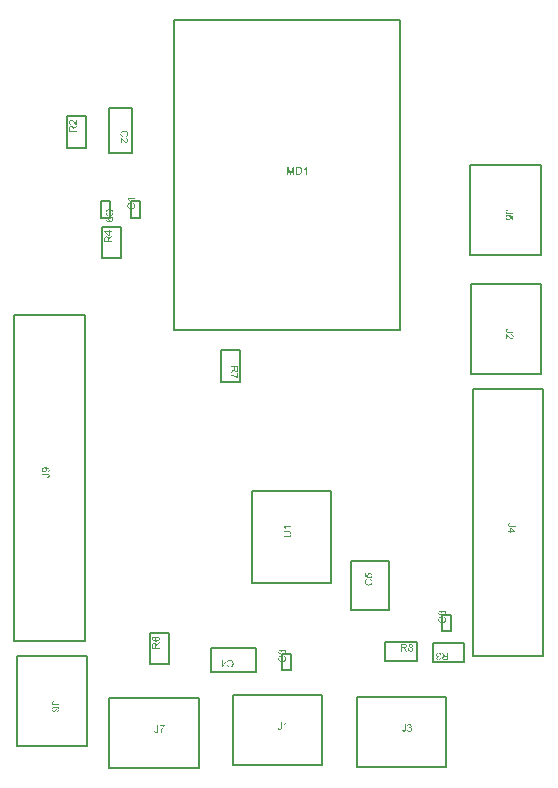
<source format=gbr>
G04*
G04 #@! TF.GenerationSoftware,Altium Limited,Altium Designer,24.2.2 (26)*
G04*
G04 Layer_Color=16711935*
%FSLAX43Y43*%
%MOMM*%
G71*
G04*
G04 #@! TF.SameCoordinates,78AD72C9-59E1-4A50-B3D3-B96FA2B5B495*
G04*
G04*
G04 #@! TF.FilePolarity,Positive*
G04*
G01*
G75*
%ADD11C,0.200*%
G36*
X6852Y10248D02*
X6852D01*
X6850D01*
X6846D01*
X6840Y10247D01*
X6835Y10246D01*
X6828D01*
X6813Y10244D01*
X6796Y10241D01*
X6779Y10235D01*
X6765Y10230D01*
X6758Y10226D01*
X6753Y10221D01*
X6752Y10221D01*
X6749Y10217D01*
X6744Y10211D01*
X6740Y10204D01*
X6734Y10194D01*
X6730Y10183D01*
X6727Y10169D01*
X6726Y10154D01*
Y10148D01*
X6727Y10143D01*
X6728Y10135D01*
X6729Y10126D01*
X6731Y10117D01*
X6735Y10108D01*
X6740Y10098D01*
X6741Y10098D01*
X6742Y10095D01*
X6746Y10091D01*
X6750Y10086D01*
X6756Y10081D01*
X6763Y10075D01*
X6770Y10071D01*
X6779Y10067D01*
X6780D01*
X6784Y10065D01*
X6791Y10064D01*
X6799Y10062D01*
X6810Y10061D01*
X6824Y10060D01*
X6840Y10058D01*
X6860D01*
X7301D01*
Y9973D01*
X6864D01*
X6864D01*
X6861D01*
X6857D01*
X6852D01*
X6844Y9974D01*
X6837D01*
X6819Y9976D01*
X6799Y9977D01*
X6778Y9981D01*
X6758Y9987D01*
X6740Y9993D01*
X6739D01*
X6738Y9994D01*
X6732Y9997D01*
X6725Y10001D01*
X6715Y10008D01*
X6705Y10017D01*
X6693Y10027D01*
X6682Y10040D01*
X6673Y10055D01*
X6672Y10057D01*
X6669Y10062D01*
X6666Y10071D01*
X6662Y10083D01*
X6657Y10098D01*
X6654Y10114D01*
X6651Y10133D01*
X6650Y10153D01*
Y10161D01*
X6651Y10167D01*
X6652Y10174D01*
X6653Y10182D01*
X6656Y10201D01*
X6662Y10221D01*
X6670Y10243D01*
X6676Y10254D01*
X6682Y10264D01*
X6690Y10273D01*
X6698Y10282D01*
X6699Y10283D01*
X6700Y10284D01*
X6704Y10286D01*
X6707Y10289D01*
X6712Y10293D01*
X6718Y10296D01*
X6726Y10300D01*
X6734Y10305D01*
X6743Y10308D01*
X6754Y10312D01*
X6766Y10316D01*
X6779Y10319D01*
X6792Y10321D01*
X6808Y10324D01*
X6824Y10325D01*
X6841D01*
X6852Y10248D01*
D02*
G37*
G36*
X6977Y9869D02*
X6990D01*
X7005Y9868D01*
X7023Y9866D01*
X7042Y9865D01*
X7063Y9862D01*
X7085Y9858D01*
X7108Y9853D01*
X7130Y9848D01*
X7152Y9841D01*
X7173Y9833D01*
X7194Y9824D01*
X7213Y9814D01*
X7230Y9802D01*
X7231Y9801D01*
X7232Y9799D01*
X7236Y9795D01*
X7242Y9791D01*
X7247Y9785D01*
X7253Y9778D01*
X7260Y9768D01*
X7267Y9759D01*
X7273Y9748D01*
X7281Y9736D01*
X7286Y9722D01*
X7293Y9708D01*
X7297Y9693D01*
X7301Y9676D01*
X7303Y9658D01*
X7304Y9640D01*
Y9633D01*
X7303Y9627D01*
Y9620D01*
X7302Y9613D01*
X7298Y9596D01*
X7293Y9576D01*
X7286Y9556D01*
X7275Y9535D01*
X7269Y9525D01*
X7261Y9516D01*
X7260Y9515D01*
X7259Y9514D01*
X7256Y9511D01*
X7254Y9509D01*
X7249Y9504D01*
X7244Y9500D01*
X7231Y9490D01*
X7214Y9480D01*
X7194Y9471D01*
X7171Y9462D01*
X7145Y9457D01*
X7138Y9535D01*
X7139D01*
X7140Y9536D01*
X7146Y9537D01*
X7154Y9540D01*
X7164Y9544D01*
X7175Y9547D01*
X7186Y9553D01*
X7196Y9559D01*
X7205Y9566D01*
X7207Y9568D01*
X7210Y9571D01*
X7216Y9578D01*
X7222Y9587D01*
X7228Y9599D01*
X7233Y9612D01*
X7237Y9628D01*
X7239Y9645D01*
Y9651D01*
X7238Y9658D01*
X7236Y9667D01*
X7233Y9678D01*
X7230Y9689D01*
X7225Y9700D01*
X7218Y9711D01*
X7217Y9713D01*
X7213Y9718D01*
X7207Y9724D01*
X7197Y9732D01*
X7186Y9742D01*
X7173Y9752D01*
X7157Y9761D01*
X7138Y9770D01*
X7137D01*
X7135Y9771D01*
X7133Y9772D01*
X7129Y9774D01*
X7123Y9775D01*
X7117Y9777D01*
X7109Y9779D01*
X7100Y9780D01*
X7090Y9783D01*
X7079Y9785D01*
X7067Y9787D01*
X7054Y9788D01*
X7039Y9790D01*
X7024Y9791D01*
X7008Y9792D01*
X6991D01*
X6992Y9791D01*
X6998Y9787D01*
X7005Y9780D01*
X7014Y9772D01*
X7025Y9763D01*
X7036Y9751D01*
X7046Y9738D01*
X7055Y9723D01*
Y9722D01*
X7056Y9721D01*
X7059Y9716D01*
X7061Y9707D01*
X7066Y9696D01*
X7070Y9683D01*
X7073Y9669D01*
X7075Y9653D01*
X7076Y9636D01*
Y9629D01*
X7075Y9623D01*
X7074Y9616D01*
X7073Y9608D01*
X7072Y9599D01*
X7069Y9590D01*
X7062Y9569D01*
X7058Y9558D01*
X7051Y9547D01*
X7045Y9535D01*
X7037Y9523D01*
X7028Y9512D01*
X7018Y9502D01*
X7017Y9501D01*
X7015Y9499D01*
X7012Y9497D01*
X7008Y9494D01*
X7001Y9489D01*
X6995Y9485D01*
X6987Y9480D01*
X6977Y9474D01*
X6967Y9469D01*
X6956Y9464D01*
X6943Y9460D01*
X6930Y9455D01*
X6916Y9452D01*
X6901Y9449D01*
X6885Y9448D01*
X6868Y9447D01*
X6867D01*
X6865D01*
X6863D01*
X6858D01*
X6852Y9448D01*
X6847D01*
X6832Y9450D01*
X6815Y9453D01*
X6796Y9458D01*
X6776Y9464D01*
X6756Y9473D01*
X6755D01*
X6754Y9474D01*
X6752Y9476D01*
X6748Y9478D01*
X6739Y9484D01*
X6727Y9492D01*
X6714Y9502D01*
X6701Y9514D01*
X6688Y9529D01*
X6677Y9545D01*
Y9546D01*
X6676Y9547D01*
X6674Y9549D01*
X6673Y9553D01*
X6668Y9562D01*
X6664Y9574D01*
X6658Y9590D01*
X6655Y9608D01*
X6651Y9627D01*
X6650Y9648D01*
Y9653D01*
X6651Y9657D01*
Y9665D01*
X6652Y9673D01*
X6654Y9682D01*
X6656Y9694D01*
X6659Y9705D01*
X6663Y9718D01*
X6668Y9731D01*
X6673Y9743D01*
X6681Y9757D01*
X6689Y9770D01*
X6698Y9783D01*
X6709Y9796D01*
X6722Y9808D01*
X6723Y9809D01*
X6726Y9811D01*
X6729Y9814D01*
X6736Y9817D01*
X6744Y9823D01*
X6754Y9828D01*
X6766Y9833D01*
X6779Y9839D01*
X6794Y9845D01*
X6812Y9851D01*
X6831Y9855D01*
X6852Y9860D01*
X6877Y9865D01*
X6902Y9867D01*
X6930Y9869D01*
X6960Y9870D01*
X6961D01*
X6962D01*
X6964D01*
X6968D01*
X6977Y9869D01*
D02*
G37*
G36*
X6162Y30128D02*
X6174D01*
X6187Y30127D01*
X6201Y30126D01*
X6233Y30123D01*
X6266Y30118D01*
X6298Y30112D01*
X6313Y30107D01*
X6327Y30102D01*
X6328D01*
X6330Y30102D01*
X6334Y30100D01*
X6339Y30098D01*
X6345Y30095D01*
X6352Y30091D01*
X6368Y30082D01*
X6385Y30071D01*
X6404Y30058D01*
X6421Y30041D01*
X6437Y30023D01*
Y30022D01*
X6439Y30020D01*
X6441Y30017D01*
X6443Y30014D01*
X6445Y30008D01*
X6449Y30003D01*
X6453Y29995D01*
X6456Y29988D01*
X6463Y29970D01*
X6469Y29949D01*
X6473Y29926D01*
X6475Y29900D01*
Y29893D01*
X6474Y29888D01*
Y29881D01*
X6473Y29874D01*
X6469Y29857D01*
X6465Y29837D01*
X6457Y29817D01*
X6447Y29796D01*
X6441Y29786D01*
X6433Y29777D01*
X6432Y29776D01*
X6432Y29775D01*
X6429Y29772D01*
X6426Y29770D01*
X6421Y29766D01*
X6416Y29761D01*
X6403Y29752D01*
X6386Y29743D01*
X6366Y29734D01*
X6343Y29726D01*
X6316Y29721D01*
X6310Y29796D01*
X6310D01*
X6312Y29797D01*
X6314D01*
X6318Y29798D01*
X6328Y29801D01*
X6339Y29805D01*
X6352Y29809D01*
X6365Y29816D01*
X6377Y29823D01*
X6387Y29832D01*
X6388Y29833D01*
X6391Y29837D01*
X6395Y29844D01*
X6398Y29851D01*
X6403Y29861D01*
X6407Y29873D01*
X6409Y29887D01*
X6410Y29902D01*
Y29908D01*
X6409Y29915D01*
X6408Y29923D01*
X6407Y29933D01*
X6404Y29943D01*
X6400Y29955D01*
X6395Y29965D01*
X6394Y29966D01*
X6392Y29969D01*
X6388Y29975D01*
X6383Y29980D01*
X6376Y29988D01*
X6369Y29995D01*
X6360Y30003D01*
X6350Y30010D01*
X6349Y30011D01*
X6345Y30013D01*
X6338Y30016D01*
X6330Y30020D01*
X6319Y30025D01*
X6306Y30029D01*
X6291Y30034D01*
X6274Y30039D01*
X6273D01*
X6273Y30040D01*
X6270D01*
X6266Y30040D01*
X6257Y30042D01*
X6245Y30045D01*
X6230Y30047D01*
X6214Y30049D01*
X6197Y30050D01*
X6178Y30051D01*
X6177D01*
X6175D01*
X6170D01*
X6163D01*
X6164Y30050D01*
X6169Y30046D01*
X6175Y30040D01*
X6185Y30034D01*
X6194Y30025D01*
X6204Y30014D01*
X6214Y30001D01*
X6224Y29986D01*
X6224Y29984D01*
X6227Y29979D01*
X6231Y29970D01*
X6235Y29960D01*
X6239Y29946D01*
X6243Y29931D01*
X6246Y29915D01*
X6247Y29897D01*
Y29890D01*
X6246Y29884D01*
X6245Y29877D01*
X6244Y29869D01*
X6242Y29860D01*
X6239Y29851D01*
X6233Y29830D01*
X6228Y29819D01*
X6223Y29808D01*
X6216Y29795D01*
X6208Y29784D01*
X6199Y29773D01*
X6189Y29763D01*
X6188Y29762D01*
X6187Y29760D01*
X6184Y29758D01*
X6179Y29755D01*
X6173Y29750D01*
X6166Y29746D01*
X6158Y29741D01*
X6149Y29736D01*
X6138Y29731D01*
X6127Y29726D01*
X6114Y29722D01*
X6101Y29717D01*
X6087Y29713D01*
X6071Y29711D01*
X6055Y29709D01*
X6038Y29709D01*
X6037D01*
X6033D01*
X6028D01*
X6022Y29709D01*
X6014Y29710D01*
X6003Y29711D01*
X5993Y29713D01*
X5981Y29716D01*
X5957Y29722D01*
X5944Y29727D01*
X5930Y29733D01*
X5918Y29739D01*
X5905Y29747D01*
X5893Y29756D01*
X5881Y29766D01*
X5881Y29767D01*
X5879Y29769D01*
X5876Y29771D01*
X5872Y29776D01*
X5868Y29782D01*
X5862Y29789D01*
X5857Y29796D01*
X5851Y29806D01*
X5845Y29815D01*
X5841Y29826D01*
X5831Y29851D01*
X5827Y29864D01*
X5824Y29879D01*
X5822Y29893D01*
X5821Y29909D01*
Y29916D01*
X5822Y29920D01*
Y29925D01*
X5823Y29931D01*
X5826Y29947D01*
X5830Y29965D01*
X5836Y29984D01*
X5844Y30004D01*
X5856Y30023D01*
Y30024D01*
X5857Y30025D01*
X5859Y30028D01*
X5862Y30031D01*
X5869Y30040D01*
X5880Y30053D01*
X5893Y30065D01*
X5910Y30078D01*
X5930Y30090D01*
X5952Y30102D01*
X5953D01*
X5954Y30102D01*
X5958Y30104D01*
X5963Y30106D01*
X5969Y30108D01*
X5978Y30111D01*
X5987Y30113D01*
X5997Y30115D01*
X6009Y30118D01*
X6023Y30121D01*
X6038Y30123D01*
X6053Y30125D01*
X6071Y30126D01*
X6089Y30128D01*
X6110Y30129D01*
X6131D01*
X6132D01*
X6137D01*
X6143D01*
X6151D01*
X6162Y30128D01*
D02*
G37*
G36*
X6281Y29601D02*
X6288D01*
X6306Y29599D01*
X6326Y29598D01*
X6347Y29594D01*
X6367Y29588D01*
X6385Y29582D01*
X6386D01*
X6387Y29581D01*
X6393Y29578D01*
X6400Y29574D01*
X6410Y29567D01*
X6420Y29558D01*
X6432Y29548D01*
X6443Y29535D01*
X6452Y29520D01*
X6453Y29518D01*
X6456Y29513D01*
X6459Y29504D01*
X6463Y29492D01*
X6468Y29477D01*
X6471Y29461D01*
X6474Y29442D01*
X6475Y29422D01*
Y29414D01*
X6474Y29408D01*
X6473Y29401D01*
X6472Y29393D01*
X6469Y29374D01*
X6463Y29354D01*
X6455Y29332D01*
X6449Y29321D01*
X6443Y29311D01*
X6435Y29302D01*
X6427Y29293D01*
X6426Y29292D01*
X6425Y29291D01*
X6421Y29289D01*
X6418Y29286D01*
X6413Y29282D01*
X6407Y29279D01*
X6399Y29275D01*
X6391Y29270D01*
X6382Y29267D01*
X6371Y29263D01*
X6359Y29259D01*
X6346Y29256D01*
X6333Y29254D01*
X6317Y29251D01*
X6301Y29250D01*
X6284D01*
X6273Y29327D01*
X6273D01*
X6275D01*
X6279D01*
X6285Y29328D01*
X6290Y29329D01*
X6297D01*
X6312Y29331D01*
X6329Y29334D01*
X6346Y29340D01*
X6360Y29345D01*
X6367Y29349D01*
X6372Y29354D01*
X6373Y29354D01*
X6376Y29358D01*
X6381Y29364D01*
X6385Y29371D01*
X6391Y29381D01*
X6395Y29392D01*
X6398Y29406D01*
X6399Y29421D01*
Y29427D01*
X6398Y29432D01*
X6397Y29440D01*
X6396Y29449D01*
X6394Y29458D01*
X6390Y29467D01*
X6385Y29477D01*
X6384Y29477D01*
X6383Y29480D01*
X6379Y29484D01*
X6375Y29489D01*
X6369Y29494D01*
X6362Y29500D01*
X6355Y29504D01*
X6346Y29508D01*
X6345D01*
X6341Y29510D01*
X6334Y29511D01*
X6326Y29513D01*
X6315Y29514D01*
X6301Y29515D01*
X6285Y29517D01*
X6265D01*
X5824D01*
Y29602D01*
X6261D01*
X6261D01*
X6264D01*
X6268D01*
X6273D01*
X6281Y29601D01*
D02*
G37*
G36*
X8775Y59126D02*
X8774D01*
X8770D01*
X8765D01*
X8757Y59127D01*
X8749Y59128D01*
X8740Y59130D01*
X8731Y59132D01*
X8720Y59135D01*
X8720D01*
X8719Y59136D01*
X8713Y59138D01*
X8705Y59142D01*
X8694Y59147D01*
X8681Y59155D01*
X8666Y59164D01*
X8651Y59174D01*
X8635Y59187D01*
X8634D01*
X8634Y59189D01*
X8628Y59193D01*
X8620Y59202D01*
X8608Y59214D01*
X8594Y59228D01*
X8577Y59245D01*
X8559Y59266D01*
X8539Y59290D01*
X8538Y59291D01*
X8536Y59294D01*
X8531Y59300D01*
X8525Y59306D01*
X8518Y59315D01*
X8510Y59325D01*
X8500Y59335D01*
X8490Y59347D01*
X8468Y59370D01*
X8446Y59393D01*
X8435Y59404D01*
X8424Y59414D01*
X8414Y59424D01*
X8403Y59431D01*
X8402D01*
X8401Y59433D01*
X8399Y59435D01*
X8395Y59437D01*
X8385Y59443D01*
X8373Y59450D01*
X8358Y59457D01*
X8342Y59463D01*
X8325Y59467D01*
X8308Y59469D01*
X8307D01*
X8306D01*
X8301Y59468D01*
X8291Y59467D01*
X8281Y59464D01*
X8268Y59461D01*
X8255Y59454D01*
X8242Y59446D01*
X8230Y59435D01*
X8228Y59433D01*
X8224Y59428D01*
X8219Y59422D01*
X8213Y59412D01*
X8207Y59399D01*
X8202Y59384D01*
X8198Y59366D01*
X8197Y59347D01*
Y59341D01*
X8198Y59338D01*
X8199Y59327D01*
X8202Y59314D01*
X8205Y59300D01*
X8212Y59284D01*
X8220Y59269D01*
X8231Y59255D01*
X8233Y59254D01*
X8238Y59250D01*
X8245Y59244D01*
X8256Y59239D01*
X8269Y59232D01*
X8286Y59227D01*
X8304Y59223D01*
X8326Y59221D01*
X8317Y59141D01*
X8316D01*
X8314Y59142D01*
X8309D01*
X8303Y59143D01*
X8295Y59144D01*
X8287Y59146D01*
X8277Y59149D01*
X8267Y59152D01*
X8244Y59159D01*
X8222Y59170D01*
X8211Y59177D01*
X8200Y59185D01*
X8190Y59193D01*
X8181Y59203D01*
X8180Y59204D01*
X8179Y59205D01*
X8176Y59208D01*
X8173Y59213D01*
X8169Y59218D01*
X8166Y59225D01*
X8161Y59232D01*
X8156Y59242D01*
X8152Y59252D01*
X8147Y59263D01*
X8144Y59275D01*
X8140Y59288D01*
X8137Y59302D01*
X8134Y59316D01*
X8133Y59332D01*
X8132Y59349D01*
Y59358D01*
X8133Y59364D01*
X8134Y59372D01*
X8135Y59381D01*
X8137Y59391D01*
X8139Y59401D01*
X8145Y59426D01*
X8155Y59450D01*
X8160Y59462D01*
X8167Y59474D01*
X8175Y59485D01*
X8184Y59495D01*
X8185Y59496D01*
X8186Y59498D01*
X8190Y59499D01*
X8193Y59503D01*
X8198Y59508D01*
X8205Y59512D01*
X8211Y59517D01*
X8219Y59523D01*
X8237Y59532D01*
X8259Y59541D01*
X8270Y59545D01*
X8283Y59547D01*
X8296Y59548D01*
X8310Y59549D01*
X8312D01*
X8316D01*
X8324Y59548D01*
X8334Y59548D01*
X8345Y59546D01*
X8358Y59542D01*
X8372Y59538D01*
X8386Y59533D01*
X8388Y59532D01*
X8392Y59530D01*
X8400Y59526D01*
X8410Y59521D01*
X8421Y59513D01*
X8435Y59504D01*
X8449Y59493D01*
X8464Y59480D01*
X8466Y59478D01*
X8472Y59474D01*
X8476Y59469D01*
X8481Y59464D01*
X8487Y59459D01*
X8494Y59451D01*
X8501Y59444D01*
X8510Y59435D01*
X8519Y59426D01*
X8529Y59414D01*
X8539Y59402D01*
X8551Y59389D01*
X8563Y59375D01*
X8576Y59360D01*
X8577Y59359D01*
X8579Y59357D01*
X8582Y59353D01*
X8585Y59349D01*
X8591Y59343D01*
X8597Y59337D01*
X8609Y59322D01*
X8622Y59306D01*
X8636Y59291D01*
X8648Y59278D01*
X8653Y59273D01*
X8658Y59268D01*
X8659Y59267D01*
X8661Y59265D01*
X8665Y59261D01*
X8671Y59256D01*
X8677Y59252D01*
X8683Y59246D01*
X8699Y59235D01*
Y59550D01*
X8775D01*
Y59126D01*
D02*
G37*
G36*
Y58982D02*
X8642Y58898D01*
X8641D01*
X8639Y58896D01*
X8636Y58894D01*
X8633Y58891D01*
X8622Y58885D01*
X8610Y58876D01*
X8596Y58866D01*
X8581Y58856D01*
X8567Y58846D01*
X8554Y58837D01*
X8553Y58836D01*
X8549Y58833D01*
X8544Y58828D01*
X8537Y58822D01*
X8524Y58808D01*
X8517Y58800D01*
X8512Y58793D01*
X8511Y58792D01*
X8510Y58790D01*
X8508Y58787D01*
X8505Y58781D01*
X8502Y58776D01*
X8499Y58769D01*
X8495Y58754D01*
Y58753D01*
X8494Y58751D01*
Y58748D01*
X8493Y58743D01*
X8492Y58737D01*
Y58729D01*
X8491Y58719D01*
Y58610D01*
X8775D01*
Y58525D01*
X8135D01*
Y58822D01*
X8136Y58829D01*
Y58837D01*
X8137Y58857D01*
X8140Y58877D01*
X8143Y58899D01*
X8147Y58920D01*
X8150Y58930D01*
X8153Y58938D01*
Y58939D01*
X8154Y58940D01*
X8156Y58946D01*
X8160Y58954D01*
X8167Y58964D01*
X8175Y58975D01*
X8186Y58987D01*
X8199Y58998D01*
X8214Y59009D01*
X8215D01*
X8216Y59010D01*
X8221Y59014D01*
X8230Y59018D01*
X8242Y59023D01*
X8256Y59028D01*
X8273Y59033D01*
X8291Y59035D01*
X8310Y59036D01*
X8311D01*
X8313D01*
X8316D01*
X8321Y59035D01*
X8328D01*
X8334Y59034D01*
X8350Y59031D01*
X8368Y59025D01*
X8388Y59018D01*
X8407Y59007D01*
X8416Y58999D01*
X8426Y58992D01*
X8426Y58991D01*
X8427Y58990D01*
X8430Y58987D01*
X8433Y58984D01*
X8437Y58979D01*
X8440Y58973D01*
X8445Y58966D01*
X8450Y58959D01*
X8455Y58949D01*
X8460Y58939D01*
X8465Y58928D01*
X8470Y58916D01*
X8474Y58902D01*
X8478Y58888D01*
X8481Y58873D01*
X8484Y58856D01*
X8485Y58858D01*
X8487Y58862D01*
X8490Y58867D01*
X8494Y58874D01*
X8504Y58891D01*
X8511Y58899D01*
X8516Y58907D01*
X8518Y58909D01*
X8523Y58913D01*
X8530Y58921D01*
X8539Y58930D01*
X8552Y58940D01*
X8566Y58952D01*
X8583Y58964D01*
X8601Y58977D01*
X8775Y59087D01*
Y58982D01*
D02*
G37*
G36*
X11564Y51986D02*
X11574D01*
X11583Y51985D01*
X11595Y51984D01*
X11607Y51982D01*
X11634Y51978D01*
X11663Y51971D01*
X11693Y51962D01*
X11722Y51949D01*
X11722Y51948D01*
X11725Y51947D01*
X11729Y51945D01*
X11734Y51942D01*
X11740Y51938D01*
X11747Y51933D01*
X11764Y51921D01*
X11783Y51906D01*
X11801Y51887D01*
X11820Y51866D01*
X11835Y51841D01*
X11836Y51840D01*
X11837Y51837D01*
X11839Y51834D01*
X11842Y51829D01*
X11844Y51822D01*
X11847Y51814D01*
X11851Y51805D01*
X11855Y51795D01*
X11858Y51784D01*
X11862Y51772D01*
X11868Y51746D01*
X11872Y51716D01*
X11874Y51686D01*
Y51676D01*
X11873Y51670D01*
X11872Y51662D01*
X11871Y51651D01*
X11870Y51641D01*
X11868Y51629D01*
X11862Y51604D01*
X11854Y51577D01*
X11848Y51563D01*
X11842Y51550D01*
X11833Y51537D01*
X11825Y51524D01*
X11824Y51523D01*
X11823Y51521D01*
X11820Y51517D01*
X11816Y51513D01*
X11811Y51508D01*
X11805Y51502D01*
X11797Y51495D01*
X11790Y51488D01*
X11781Y51480D01*
X11770Y51473D01*
X11758Y51465D01*
X11746Y51457D01*
X11733Y51451D01*
X11719Y51443D01*
X11704Y51438D01*
X11687Y51432D01*
X11668Y51515D01*
X11669D01*
X11671Y51516D01*
X11674Y51518D01*
X11679Y51520D01*
X11685Y51522D01*
X11692Y51525D01*
X11707Y51532D01*
X11723Y51541D01*
X11740Y51552D01*
X11756Y51566D01*
X11770Y51581D01*
X11771Y51583D01*
X11775Y51589D01*
X11780Y51598D01*
X11786Y51610D01*
X11792Y51626D01*
X11797Y51643D01*
X11801Y51664D01*
X11802Y51687D01*
Y51695D01*
X11801Y51699D01*
Y51706D01*
X11800Y51713D01*
X11797Y51731D01*
X11794Y51750D01*
X11787Y51771D01*
X11778Y51792D01*
X11766Y51811D01*
Y51812D01*
X11764Y51813D01*
X11759Y51820D01*
X11752Y51828D01*
X11741Y51838D01*
X11727Y51850D01*
X11711Y51861D01*
X11692Y51871D01*
X11671Y51881D01*
X11670D01*
X11668Y51882D01*
X11665Y51883D01*
X11660Y51883D01*
X11655Y51885D01*
X11648Y51887D01*
X11633Y51890D01*
X11614Y51894D01*
X11594Y51897D01*
X11572Y51899D01*
X11548Y51900D01*
X11547D01*
X11544D01*
X11539D01*
X11534D01*
X11527Y51899D01*
X11519D01*
X11510Y51898D01*
X11500Y51897D01*
X11477Y51895D01*
X11453Y51890D01*
X11429Y51884D01*
X11405Y51877D01*
X11404D01*
X11403Y51876D01*
X11400Y51874D01*
X11395Y51872D01*
X11384Y51867D01*
X11371Y51859D01*
X11356Y51848D01*
X11341Y51835D01*
X11327Y51821D01*
X11314Y51803D01*
Y51802D01*
X11313Y51800D01*
X11311Y51797D01*
X11309Y51794D01*
X11307Y51789D01*
X11305Y51784D01*
X11299Y51771D01*
X11293Y51754D01*
X11289Y51736D01*
X11285Y51715D01*
X11284Y51694D01*
Y51687D01*
X11285Y51682D01*
Y51675D01*
X11286Y51669D01*
X11290Y51652D01*
X11294Y51633D01*
X11302Y51613D01*
X11312Y51593D01*
X11317Y51583D01*
X11325Y51574D01*
X11326Y51573D01*
X11327Y51572D01*
X11329Y51569D01*
X11332Y51565D01*
X11337Y51562D01*
X11342Y51557D01*
X11348Y51552D01*
X11355Y51547D01*
X11364Y51541D01*
X11373Y51535D01*
X11382Y51529D01*
X11393Y51524D01*
X11405Y51519D01*
X11418Y51515D01*
X11432Y51510D01*
X11447Y51506D01*
X11426Y51421D01*
X11425D01*
X11421Y51422D01*
X11415Y51424D01*
X11408Y51427D01*
X11400Y51430D01*
X11390Y51433D01*
X11378Y51438D01*
X11366Y51443D01*
X11341Y51456D01*
X11315Y51473D01*
X11302Y51483D01*
X11289Y51493D01*
X11278Y51504D01*
X11267Y51517D01*
X11266Y51518D01*
X11264Y51520D01*
X11262Y51525D01*
X11258Y51529D01*
X11254Y51537D01*
X11249Y51544D01*
X11244Y51554D01*
X11240Y51564D01*
X11234Y51577D01*
X11230Y51589D01*
X11225Y51603D01*
X11220Y51618D01*
X11217Y51634D01*
X11215Y51650D01*
X11213Y51668D01*
X11212Y51687D01*
Y51697D01*
X11213Y51704D01*
Y51712D01*
X11214Y51723D01*
X11216Y51734D01*
X11218Y51747D01*
X11222Y51773D01*
X11230Y51801D01*
X11240Y51829D01*
X11246Y51842D01*
X11254Y51855D01*
X11255Y51856D01*
X11256Y51858D01*
X11258Y51861D01*
X11262Y51865D01*
X11266Y51871D01*
X11271Y51877D01*
X11278Y51884D01*
X11285Y51892D01*
X11293Y51899D01*
X11302Y51908D01*
X11323Y51924D01*
X11348Y51940D01*
X11376Y51954D01*
X11377D01*
X11379Y51956D01*
X11384Y51957D01*
X11390Y51959D01*
X11397Y51961D01*
X11406Y51964D01*
X11416Y51968D01*
X11427Y51970D01*
X11440Y51973D01*
X11453Y51977D01*
X11482Y51981D01*
X11514Y51985D01*
X11548Y51987D01*
X11549D01*
X11552D01*
X11558D01*
X11564Y51986D01*
D02*
G37*
G36*
X11665Y51348D02*
X11673Y51347D01*
X11684Y51346D01*
X11694Y51344D01*
X11706Y51342D01*
X11730Y51335D01*
X11743Y51331D01*
X11757Y51325D01*
X11770Y51319D01*
X11782Y51310D01*
X11795Y51302D01*
X11806Y51292D01*
X11807Y51291D01*
X11808Y51289D01*
X11811Y51286D01*
X11815Y51282D01*
X11820Y51276D01*
X11825Y51269D01*
X11830Y51261D01*
X11836Y51252D01*
X11842Y51243D01*
X11846Y51232D01*
X11856Y51207D01*
X11860Y51194D01*
X11863Y51179D01*
X11865Y51164D01*
X11866Y51148D01*
Y51142D01*
X11865Y51137D01*
Y51133D01*
X11864Y51126D01*
X11861Y51111D01*
X11857Y51093D01*
X11851Y51074D01*
X11843Y51054D01*
X11832Y51035D01*
Y51034D01*
X11830Y51033D01*
X11828Y51030D01*
X11825Y51026D01*
X11818Y51017D01*
X11807Y51005D01*
X11794Y50993D01*
X11777Y50979D01*
X11758Y50967D01*
X11735Y50956D01*
X11734D01*
X11733Y50955D01*
X11729Y50953D01*
X11724Y50951D01*
X11718Y50950D01*
X11709Y50947D01*
X11700Y50945D01*
X11690Y50942D01*
X11678Y50939D01*
X11664Y50937D01*
X11649Y50935D01*
X11634Y50933D01*
X11616Y50931D01*
X11598Y50929D01*
X11577Y50928D01*
X11556D01*
X11555D01*
X11550D01*
X11544D01*
X11536D01*
X11526Y50929D01*
X11513D01*
X11500Y50930D01*
X11486Y50932D01*
X11454Y50935D01*
X11421Y50939D01*
X11390Y50946D01*
X11374Y50951D01*
X11360Y50955D01*
X11359D01*
X11357Y50956D01*
X11354Y50958D01*
X11348Y50960D01*
X11342Y50963D01*
X11335Y50966D01*
X11319Y50976D01*
X11302Y50987D01*
X11283Y51000D01*
X11266Y51016D01*
X11250Y51035D01*
Y51036D01*
X11248Y51037D01*
X11246Y51040D01*
X11244Y51044D01*
X11242Y51050D01*
X11238Y51055D01*
X11234Y51062D01*
X11231Y51070D01*
X11224Y51087D01*
X11218Y51109D01*
X11214Y51132D01*
X11212Y51158D01*
Y51165D01*
X11213Y51170D01*
Y51176D01*
X11214Y51184D01*
X11218Y51201D01*
X11222Y51221D01*
X11230Y51241D01*
X11240Y51261D01*
X11246Y51271D01*
X11254Y51281D01*
X11255Y51282D01*
X11256Y51283D01*
X11258Y51285D01*
X11261Y51288D01*
X11266Y51292D01*
X11271Y51296D01*
X11284Y51306D01*
X11301Y51315D01*
X11321Y51324D01*
X11344Y51332D01*
X11371Y51337D01*
X11378Y51261D01*
X11377D01*
X11375Y51260D01*
X11373D01*
X11369Y51259D01*
X11359Y51257D01*
X11348Y51253D01*
X11335Y51248D01*
X11322Y51242D01*
X11310Y51234D01*
X11300Y51225D01*
X11299Y51224D01*
X11296Y51221D01*
X11293Y51214D01*
X11289Y51207D01*
X11284Y51197D01*
X11280Y51184D01*
X11278Y51171D01*
X11277Y51156D01*
Y51149D01*
X11278Y51143D01*
X11279Y51135D01*
X11280Y51124D01*
X11283Y51114D01*
X11287Y51103D01*
X11293Y51093D01*
X11293Y51092D01*
X11295Y51088D01*
X11299Y51083D01*
X11305Y51077D01*
X11311Y51070D01*
X11318Y51062D01*
X11327Y51055D01*
X11337Y51048D01*
X11338Y51047D01*
X11342Y51045D01*
X11349Y51041D01*
X11357Y51037D01*
X11368Y51033D01*
X11381Y51028D01*
X11396Y51024D01*
X11413Y51019D01*
X11414D01*
X11415Y51018D01*
X11417D01*
X11421Y51017D01*
X11430Y51015D01*
X11442Y51013D01*
X11457Y51011D01*
X11473Y51009D01*
X11490Y51008D01*
X11509Y51007D01*
X11510D01*
X11513D01*
X11517D01*
X11525D01*
X11523Y51008D01*
X11518Y51012D01*
X11512Y51017D01*
X11502Y51024D01*
X11493Y51033D01*
X11483Y51044D01*
X11473Y51057D01*
X11464Y51072D01*
X11463Y51074D01*
X11460Y51079D01*
X11456Y51087D01*
X11452Y51098D01*
X11448Y51111D01*
X11444Y51126D01*
X11441Y51143D01*
X11440Y51160D01*
Y51168D01*
X11441Y51173D01*
X11442Y51181D01*
X11443Y51188D01*
X11445Y51197D01*
X11448Y51207D01*
X11454Y51228D01*
X11459Y51239D01*
X11464Y51250D01*
X11471Y51262D01*
X11479Y51273D01*
X11488Y51284D01*
X11498Y51295D01*
X11499Y51295D01*
X11501Y51297D01*
X11503Y51299D01*
X11508Y51303D01*
X11514Y51307D01*
X11521Y51312D01*
X11529Y51317D01*
X11538Y51321D01*
X11549Y51327D01*
X11560Y51332D01*
X11573Y51336D01*
X11586Y51341D01*
X11600Y51344D01*
X11616Y51346D01*
X11632Y51348D01*
X11649Y51349D01*
X11650D01*
X11654D01*
X11659D01*
X11665Y51348D01*
D02*
G37*
G36*
X13714Y52830D02*
X13214D01*
X13215Y52829D01*
X13218Y52825D01*
X13224Y52819D01*
X13230Y52810D01*
X13239Y52800D01*
X13248Y52787D01*
X13258Y52772D01*
X13268Y52755D01*
Y52754D01*
X13269Y52753D01*
X13273Y52748D01*
X13278Y52739D01*
X13283Y52728D01*
X13290Y52715D01*
X13296Y52701D01*
X13302Y52687D01*
X13308Y52673D01*
X13232D01*
Y52674D01*
X13230Y52676D01*
X13229Y52680D01*
X13227Y52684D01*
X13224Y52690D01*
X13220Y52696D01*
X13211Y52712D01*
X13201Y52730D01*
X13188Y52749D01*
X13173Y52768D01*
X13157Y52788D01*
X13156Y52789D01*
X13155Y52790D01*
X13153Y52792D01*
X13150Y52796D01*
X13141Y52804D01*
X13130Y52815D01*
X13117Y52827D01*
X13102Y52839D01*
X13087Y52849D01*
X13071Y52858D01*
Y52909D01*
X13714D01*
Y52830D01*
D02*
G37*
G36*
X13516Y52540D02*
X13522Y52538D01*
X13529Y52535D01*
X13537Y52533D01*
X13547Y52529D01*
X13559Y52524D01*
X13571Y52519D01*
X13597Y52506D01*
X13622Y52489D01*
X13635Y52479D01*
X13648Y52469D01*
X13659Y52458D01*
X13670Y52445D01*
X13671Y52444D01*
X13673Y52442D01*
X13675Y52437D01*
X13679Y52433D01*
X13683Y52425D01*
X13688Y52418D01*
X13693Y52408D01*
X13697Y52398D01*
X13703Y52385D01*
X13707Y52373D01*
X13712Y52359D01*
X13717Y52344D01*
X13720Y52328D01*
X13722Y52312D01*
X13724Y52294D01*
X13725Y52275D01*
Y52265D01*
X13724Y52258D01*
Y52250D01*
X13723Y52239D01*
X13721Y52228D01*
X13719Y52215D01*
X13715Y52189D01*
X13707Y52161D01*
X13697Y52133D01*
X13691Y52120D01*
X13683Y52107D01*
X13682Y52106D01*
X13682Y52104D01*
X13679Y52101D01*
X13675Y52097D01*
X13671Y52091D01*
X13666Y52085D01*
X13659Y52078D01*
X13652Y52070D01*
X13644Y52063D01*
X13635Y52055D01*
X13614Y52038D01*
X13589Y52022D01*
X13561Y52008D01*
X13560D01*
X13558Y52006D01*
X13553Y52006D01*
X13547Y52003D01*
X13540Y52001D01*
X13531Y51998D01*
X13521Y51994D01*
X13510Y51992D01*
X13498Y51989D01*
X13484Y51985D01*
X13455Y51981D01*
X13423Y51977D01*
X13389Y51975D01*
X13388D01*
X13385D01*
X13379D01*
X13373Y51976D01*
X13364D01*
X13354Y51977D01*
X13342Y51978D01*
X13330Y51980D01*
X13303Y51984D01*
X13274Y51991D01*
X13244Y52000D01*
X13216Y52013D01*
X13215Y52014D01*
X13212Y52015D01*
X13208Y52017D01*
X13204Y52020D01*
X13197Y52024D01*
X13190Y52029D01*
X13173Y52041D01*
X13155Y52056D01*
X13136Y52075D01*
X13118Y52096D01*
X13102Y52121D01*
X13101Y52122D01*
X13100Y52125D01*
X13098Y52128D01*
X13095Y52133D01*
X13093Y52140D01*
X13090Y52148D01*
X13086Y52157D01*
X13082Y52167D01*
X13079Y52178D01*
X13075Y52190D01*
X13069Y52216D01*
X13065Y52246D01*
X13063Y52276D01*
Y52286D01*
X13064Y52292D01*
X13065Y52300D01*
X13066Y52311D01*
X13067Y52321D01*
X13069Y52333D01*
X13075Y52358D01*
X13083Y52385D01*
X13089Y52399D01*
X13095Y52412D01*
X13104Y52425D01*
X13112Y52438D01*
X13113Y52439D01*
X13114Y52441D01*
X13117Y52445D01*
X13121Y52449D01*
X13126Y52454D01*
X13132Y52460D01*
X13140Y52467D01*
X13147Y52474D01*
X13156Y52482D01*
X13167Y52489D01*
X13179Y52497D01*
X13191Y52505D01*
X13204Y52511D01*
X13218Y52519D01*
X13233Y52524D01*
X13250Y52530D01*
X13269Y52447D01*
X13268D01*
X13266Y52446D01*
X13263Y52444D01*
X13258Y52442D01*
X13253Y52440D01*
X13245Y52437D01*
X13230Y52430D01*
X13214Y52421D01*
X13197Y52410D01*
X13181Y52396D01*
X13167Y52381D01*
X13166Y52379D01*
X13162Y52373D01*
X13157Y52364D01*
X13151Y52352D01*
X13145Y52336D01*
X13140Y52319D01*
X13136Y52298D01*
X13135Y52275D01*
Y52267D01*
X13136Y52263D01*
Y52256D01*
X13137Y52249D01*
X13140Y52231D01*
X13143Y52212D01*
X13150Y52191D01*
X13159Y52170D01*
X13171Y52151D01*
Y52150D01*
X13173Y52149D01*
X13178Y52142D01*
X13185Y52134D01*
X13196Y52124D01*
X13210Y52112D01*
X13226Y52101D01*
X13245Y52091D01*
X13266Y52081D01*
X13267D01*
X13269Y52080D01*
X13272Y52079D01*
X13277Y52079D01*
X13282Y52077D01*
X13289Y52075D01*
X13304Y52072D01*
X13323Y52068D01*
X13343Y52065D01*
X13365Y52063D01*
X13389Y52062D01*
X13390D01*
X13393D01*
X13398D01*
X13403D01*
X13410Y52063D01*
X13418D01*
X13427Y52064D01*
X13437Y52065D01*
X13460Y52067D01*
X13484Y52072D01*
X13508Y52078D01*
X13532Y52085D01*
X13533D01*
X13535Y52086D01*
X13537Y52088D01*
X13542Y52090D01*
X13553Y52095D01*
X13566Y52104D01*
X13581Y52114D01*
X13597Y52127D01*
X13610Y52141D01*
X13623Y52159D01*
Y52160D01*
X13624Y52162D01*
X13626Y52165D01*
X13628Y52168D01*
X13630Y52173D01*
X13633Y52178D01*
X13638Y52191D01*
X13644Y52208D01*
X13648Y52226D01*
X13652Y52247D01*
X13653Y52268D01*
Y52275D01*
X13652Y52280D01*
Y52287D01*
X13651Y52293D01*
X13647Y52310D01*
X13643Y52329D01*
X13635Y52349D01*
X13625Y52369D01*
X13620Y52379D01*
X13612Y52388D01*
X13611Y52389D01*
X13610Y52390D01*
X13608Y52393D01*
X13605Y52397D01*
X13600Y52400D01*
X13595Y52405D01*
X13589Y52410D01*
X13582Y52415D01*
X13573Y52421D01*
X13564Y52427D01*
X13555Y52433D01*
X13544Y52438D01*
X13532Y52443D01*
X13519Y52447D01*
X13505Y52452D01*
X13490Y52456D01*
X13511Y52541D01*
X13512D01*
X13516Y52540D01*
D02*
G37*
G36*
X22440Y38403D02*
X22439Y38396D01*
Y38388D01*
X22438Y38368D01*
X22435Y38348D01*
X22432Y38326D01*
X22428Y38305D01*
X22425Y38295D01*
X22422Y38287D01*
Y38286D01*
X22421Y38285D01*
X22419Y38279D01*
X22415Y38271D01*
X22408Y38261D01*
X22400Y38250D01*
X22389Y38238D01*
X22376Y38227D01*
X22361Y38216D01*
X22360D01*
X22359Y38215D01*
X22354Y38211D01*
X22345Y38207D01*
X22333Y38202D01*
X22319Y38197D01*
X22302Y38192D01*
X22284Y38190D01*
X22265Y38189D01*
X22264D01*
X22262D01*
X22259D01*
X22254Y38190D01*
X22247D01*
X22241Y38191D01*
X22225Y38194D01*
X22207Y38200D01*
X22187Y38207D01*
X22168Y38218D01*
X22159Y38226D01*
X22149Y38233D01*
X22149Y38234D01*
X22148Y38235D01*
X22145Y38238D01*
X22142Y38241D01*
X22138Y38246D01*
X22135Y38252D01*
X22130Y38259D01*
X22125Y38266D01*
X22120Y38276D01*
X22115Y38286D01*
X22110Y38297D01*
X22105Y38309D01*
X22101Y38323D01*
X22097Y38337D01*
X22094Y38352D01*
X22091Y38369D01*
X22090Y38367D01*
X22088Y38363D01*
X22085Y38358D01*
X22081Y38351D01*
X22071Y38334D01*
X22064Y38326D01*
X22059Y38318D01*
X22057Y38316D01*
X22052Y38312D01*
X22045Y38304D01*
X22036Y38295D01*
X22023Y38285D01*
X22009Y38273D01*
X21992Y38261D01*
X21974Y38248D01*
X21800Y38138D01*
Y38243D01*
X21933Y38327D01*
X21934D01*
X21936Y38329D01*
X21939Y38331D01*
X21942Y38334D01*
X21953Y38340D01*
X21965Y38349D01*
X21979Y38359D01*
X21994Y38369D01*
X22008Y38379D01*
X22021Y38388D01*
X22022Y38389D01*
X22026Y38392D01*
X22031Y38397D01*
X22038Y38403D01*
X22051Y38417D01*
X22058Y38424D01*
X22063Y38432D01*
X22064Y38433D01*
X22065Y38435D01*
X22067Y38438D01*
X22070Y38444D01*
X22073Y38449D01*
X22076Y38456D01*
X22080Y38471D01*
Y38472D01*
X22081Y38473D01*
Y38477D01*
X22082Y38482D01*
X22083Y38488D01*
Y38496D01*
X22084Y38506D01*
Y38615D01*
X21800D01*
Y38700D01*
X22440D01*
Y38403D01*
D02*
G37*
G36*
X22431Y37668D02*
X22370D01*
X22369Y37669D01*
X22367Y37671D01*
X22363Y37675D01*
X22357Y37678D01*
X22351Y37684D01*
X22344Y37691D01*
X22334Y37699D01*
X22323Y37707D01*
X22312Y37715D01*
X22299Y37726D01*
X22284Y37736D01*
X22270Y37746D01*
X22253Y37757D01*
X22235Y37768D01*
X22216Y37779D01*
X22197Y37790D01*
X22196Y37791D01*
X22192Y37793D01*
X22186Y37796D01*
X22178Y37800D01*
X22168Y37805D01*
X22157Y37811D01*
X22144Y37817D01*
X22129Y37824D01*
X22112Y37831D01*
X22096Y37839D01*
X22077Y37847D01*
X22058Y37854D01*
X22018Y37869D01*
X21976Y37883D01*
X21975D01*
X21972Y37884D01*
X21967Y37885D01*
X21962Y37886D01*
X21954Y37888D01*
X21945Y37890D01*
X21935Y37893D01*
X21924Y37895D01*
X21911Y37897D01*
X21897Y37900D01*
X21867Y37905D01*
X21835Y37910D01*
X21800Y37912D01*
Y37993D01*
X21801D01*
X21804D01*
X21807D01*
X21813Y37992D01*
X21820D01*
X21830Y37991D01*
X21840Y37990D01*
X21851Y37989D01*
X21864Y37987D01*
X21877Y37985D01*
X21892Y37983D01*
X21908Y37980D01*
X21925Y37977D01*
X21943Y37973D01*
X21981Y37964D01*
X21982D01*
X21986Y37963D01*
X21991Y37961D01*
X22000Y37959D01*
X22009Y37956D01*
X22020Y37952D01*
X22033Y37948D01*
X22047Y37943D01*
X22063Y37937D01*
X22078Y37932D01*
X22113Y37918D01*
X22150Y37901D01*
X22187Y37883D01*
X22188Y37882D01*
X22192Y37880D01*
X22197Y37877D01*
X22204Y37873D01*
X22212Y37869D01*
X22223Y37862D01*
X22234Y37856D01*
X22246Y37848D01*
X22272Y37831D01*
X22300Y37812D01*
X22329Y37791D01*
X22356Y37769D01*
Y38082D01*
X22431D01*
Y37668D01*
D02*
G37*
G36*
X45277Y51873D02*
X45277D01*
X45275D01*
X45271D01*
X45265Y51872D01*
X45260Y51871D01*
X45253D01*
X45238Y51869D01*
X45221Y51866D01*
X45204Y51860D01*
X45190Y51855D01*
X45183Y51851D01*
X45178Y51846D01*
X45177Y51846D01*
X45174Y51842D01*
X45169Y51836D01*
X45165Y51829D01*
X45159Y51819D01*
X45155Y51808D01*
X45152Y51794D01*
X45151Y51779D01*
Y51773D01*
X45152Y51768D01*
X45153Y51760D01*
X45154Y51751D01*
X45156Y51742D01*
X45160Y51733D01*
X45165Y51723D01*
X45166Y51723D01*
X45167Y51720D01*
X45171Y51716D01*
X45175Y51711D01*
X45181Y51706D01*
X45188Y51700D01*
X45195Y51696D01*
X45204Y51692D01*
X45205D01*
X45209Y51690D01*
X45216Y51689D01*
X45224Y51687D01*
X45235Y51686D01*
X45249Y51685D01*
X45265Y51683D01*
X45285D01*
X45726D01*
Y51598D01*
X45289D01*
X45289D01*
X45286D01*
X45282D01*
X45277D01*
X45269Y51599D01*
X45262D01*
X45244Y51601D01*
X45224Y51602D01*
X45203Y51606D01*
X45183Y51612D01*
X45165Y51618D01*
X45164D01*
X45163Y51619D01*
X45157Y51622D01*
X45150Y51626D01*
X45140Y51633D01*
X45130Y51642D01*
X45118Y51652D01*
X45107Y51665D01*
X45098Y51680D01*
X45097Y51682D01*
X45094Y51687D01*
X45091Y51696D01*
X45087Y51708D01*
X45082Y51723D01*
X45079Y51739D01*
X45076Y51758D01*
X45075Y51778D01*
Y51786D01*
X45076Y51792D01*
X45077Y51799D01*
X45078Y51807D01*
X45081Y51826D01*
X45087Y51846D01*
X45095Y51868D01*
X45101Y51879D01*
X45107Y51889D01*
X45115Y51898D01*
X45123Y51907D01*
X45124Y51908D01*
X45125Y51909D01*
X45129Y51911D01*
X45132Y51914D01*
X45137Y51918D01*
X45143Y51921D01*
X45151Y51925D01*
X45159Y51930D01*
X45168Y51933D01*
X45179Y51937D01*
X45191Y51941D01*
X45203Y51944D01*
X45217Y51946D01*
X45233Y51949D01*
X45249Y51950D01*
X45266D01*
X45277Y51873D01*
D02*
G37*
G36*
X45260Y51409D02*
X45259D01*
X45257D01*
X45254Y51408D01*
X45250Y51407D01*
X45240Y51405D01*
X45226Y51401D01*
X45212Y51395D01*
X45196Y51388D01*
X45182Y51379D01*
X45169Y51368D01*
X45168Y51366D01*
X45165Y51362D01*
X45160Y51355D01*
X45154Y51344D01*
X45149Y51333D01*
X45144Y51319D01*
X45141Y51304D01*
X45140Y51286D01*
Y51281D01*
X45141Y51277D01*
X45142Y51266D01*
X45145Y51253D01*
X45150Y51237D01*
X45157Y51221D01*
X45168Y51205D01*
X45175Y51197D01*
X45182Y51190D01*
X45183Y51189D01*
X45184Y51188D01*
X45187Y51186D01*
X45190Y51184D01*
X45200Y51177D01*
X45213Y51170D01*
X45228Y51163D01*
X45248Y51157D01*
X45271Y51152D01*
X45283Y51150D01*
X45296D01*
X45297D01*
X45299D01*
X45302D01*
X45307Y51151D01*
X45313D01*
X45319Y51152D01*
X45334Y51155D01*
X45351Y51160D01*
X45369Y51166D01*
X45386Y51175D01*
X45401Y51188D01*
X45402D01*
X45403Y51190D01*
X45408Y51195D01*
X45414Y51203D01*
X45422Y51214D01*
X45428Y51229D01*
X45435Y51245D01*
X45439Y51265D01*
X45441Y51276D01*
Y51294D01*
X45440Y51301D01*
X45439Y51310D01*
X45436Y51321D01*
X45434Y51332D01*
X45429Y51344D01*
X45424Y51356D01*
X45423Y51357D01*
X45421Y51361D01*
X45416Y51367D01*
X45412Y51374D01*
X45405Y51381D01*
X45397Y51389D01*
X45388Y51397D01*
X45378Y51404D01*
X45388Y51478D01*
X45718Y51416D01*
Y51098D01*
X45643D01*
Y51354D01*
X45470Y51388D01*
X45471Y51387D01*
X45472Y51385D01*
X45473Y51382D01*
X45476Y51378D01*
X45479Y51372D01*
X45483Y51366D01*
X45490Y51351D01*
X45498Y51332D01*
X45504Y51312D01*
X45509Y51290D01*
X45510Y51279D01*
Y51258D01*
X45510Y51253D01*
X45509Y51245D01*
X45508Y51237D01*
X45506Y51228D01*
X45503Y51218D01*
X45497Y51196D01*
X45492Y51184D01*
X45485Y51172D01*
X45479Y51160D01*
X45472Y51147D01*
X45462Y51136D01*
X45452Y51125D01*
X45451Y51124D01*
X45449Y51123D01*
X45447Y51120D01*
X45442Y51116D01*
X45436Y51111D01*
X45429Y51107D01*
X45421Y51101D01*
X45412Y51096D01*
X45401Y51091D01*
X45390Y51086D01*
X45377Y51081D01*
X45364Y51076D01*
X45350Y51073D01*
X45335Y51070D01*
X45319Y51068D01*
X45302Y51067D01*
X45301D01*
X45299D01*
X45294D01*
X45288Y51068D01*
X45280Y51069D01*
X45272Y51070D01*
X45262Y51072D01*
X45252Y51074D01*
X45228Y51079D01*
X45203Y51088D01*
X45190Y51094D01*
X45178Y51101D01*
X45165Y51109D01*
X45153Y51118D01*
X45152Y51119D01*
X45149Y51121D01*
X45145Y51124D01*
X45141Y51129D01*
X45135Y51135D01*
X45128Y51143D01*
X45121Y51152D01*
X45114Y51162D01*
X45106Y51173D01*
X45100Y51186D01*
X45093Y51200D01*
X45087Y51215D01*
X45082Y51231D01*
X45079Y51248D01*
X45076Y51267D01*
X45075Y51286D01*
Y51294D01*
X45076Y51301D01*
X45077Y51308D01*
X45078Y51317D01*
X45079Y51327D01*
X45081Y51337D01*
X45087Y51360D01*
X45095Y51383D01*
X45101Y51395D01*
X45107Y51407D01*
X45115Y51418D01*
X45123Y51429D01*
X45124Y51430D01*
X45125Y51432D01*
X45129Y51434D01*
X45132Y51438D01*
X45137Y51442D01*
X45142Y51447D01*
X45150Y51453D01*
X45158Y51457D01*
X45167Y51463D01*
X45177Y51468D01*
X45199Y51478D01*
X45225Y51487D01*
X45239Y51490D01*
X45253Y51491D01*
X45260Y51409D01*
D02*
G37*
G36*
X45302Y41798D02*
X45302D01*
X45300D01*
X45296D01*
X45290Y41797D01*
X45285Y41796D01*
X45278D01*
X45263Y41794D01*
X45246Y41791D01*
X45229Y41785D01*
X45215Y41780D01*
X45208Y41776D01*
X45203Y41771D01*
X45202Y41771D01*
X45199Y41767D01*
X45194Y41761D01*
X45190Y41754D01*
X45184Y41744D01*
X45180Y41733D01*
X45177Y41719D01*
X45176Y41704D01*
Y41698D01*
X45177Y41693D01*
X45178Y41685D01*
X45180Y41676D01*
X45181Y41667D01*
X45185Y41658D01*
X45190Y41648D01*
X45191Y41648D01*
X45192Y41645D01*
X45196Y41641D01*
X45200Y41636D01*
X45206Y41631D01*
X45213Y41625D01*
X45220Y41621D01*
X45229Y41617D01*
X45230D01*
X45234Y41615D01*
X45241Y41614D01*
X45249Y41612D01*
X45260Y41611D01*
X45274Y41610D01*
X45290Y41608D01*
X45310D01*
X45751D01*
Y41523D01*
X45314D01*
X45314D01*
X45311D01*
X45307D01*
X45302D01*
X45294Y41524D01*
X45287D01*
X45269Y41526D01*
X45249Y41527D01*
X45228Y41531D01*
X45208Y41537D01*
X45190Y41543D01*
X45189D01*
X45188Y41544D01*
X45182Y41547D01*
X45175Y41551D01*
X45165Y41558D01*
X45155Y41567D01*
X45143Y41577D01*
X45132Y41590D01*
X45123Y41605D01*
X45122Y41607D01*
X45119Y41612D01*
X45116Y41621D01*
X45112Y41633D01*
X45107Y41648D01*
X45104Y41664D01*
X45101Y41683D01*
X45100Y41703D01*
Y41711D01*
X45101Y41717D01*
X45102Y41724D01*
X45103Y41732D01*
X45106Y41751D01*
X45112Y41771D01*
X45120Y41793D01*
X45126Y41804D01*
X45132Y41814D01*
X45140Y41823D01*
X45148Y41832D01*
X45149Y41833D01*
X45150Y41834D01*
X45154Y41836D01*
X45157Y41839D01*
X45162Y41843D01*
X45168Y41846D01*
X45176Y41850D01*
X45184Y41855D01*
X45193Y41858D01*
X45204Y41862D01*
X45216Y41866D01*
X45229Y41869D01*
X45242Y41871D01*
X45258Y41874D01*
X45274Y41875D01*
X45291D01*
X45302Y41798D01*
D02*
G37*
G36*
X45129Y41427D02*
X45137Y41426D01*
X45146Y41424D01*
X45155Y41422D01*
X45166Y41418D01*
X45167D01*
X45167Y41417D01*
X45173Y41416D01*
X45181Y41412D01*
X45192Y41406D01*
X45205Y41399D01*
X45220Y41390D01*
X45235Y41379D01*
X45251Y41367D01*
X45252D01*
X45253Y41365D01*
X45258Y41360D01*
X45266Y41352D01*
X45278Y41340D01*
X45292Y41326D01*
X45309Y41308D01*
X45327Y41287D01*
X45347Y41264D01*
X45348Y41263D01*
X45351Y41259D01*
X45355Y41254D01*
X45361Y41247D01*
X45368Y41239D01*
X45376Y41229D01*
X45386Y41219D01*
X45396Y41207D01*
X45418Y41183D01*
X45440Y41160D01*
X45451Y41149D01*
X45462Y41139D01*
X45473Y41130D01*
X45483Y41122D01*
X45484D01*
X45485Y41121D01*
X45487Y41119D01*
X45491Y41117D01*
X45501Y41110D01*
X45513Y41103D01*
X45528Y41097D01*
X45544Y41090D01*
X45561Y41086D01*
X45578Y41085D01*
X45579D01*
X45580D01*
X45585Y41085D01*
X45595Y41086D01*
X45605Y41089D01*
X45618Y41093D01*
X45631Y41099D01*
X45644Y41108D01*
X45657Y41119D01*
X45658Y41121D01*
X45662Y41125D01*
X45667Y41132D01*
X45673Y41142D01*
X45679Y41155D01*
X45684Y41170D01*
X45688Y41187D01*
X45689Y41207D01*
Y41212D01*
X45688Y41216D01*
X45687Y41227D01*
X45684Y41240D01*
X45681Y41254D01*
X45674Y41269D01*
X45666Y41284D01*
X45655Y41298D01*
X45653Y41300D01*
X45648Y41304D01*
X45641Y41309D01*
X45630Y41315D01*
X45617Y41321D01*
X45600Y41327D01*
X45582Y41330D01*
X45560Y41332D01*
X45569Y41413D01*
X45570D01*
X45572Y41412D01*
X45577D01*
X45584Y41411D01*
X45591Y41409D01*
X45599Y41407D01*
X45609Y41404D01*
X45620Y41402D01*
X45642Y41394D01*
X45664Y41383D01*
X45675Y41377D01*
X45686Y41368D01*
X45696Y41360D01*
X45706Y41351D01*
X45707Y41350D01*
X45707Y41348D01*
X45710Y41345D01*
X45713Y41341D01*
X45717Y41335D01*
X45720Y41329D01*
X45725Y41321D01*
X45730Y41312D01*
X45734Y41302D01*
X45739Y41291D01*
X45743Y41279D01*
X45746Y41266D01*
X45749Y41252D01*
X45752Y41237D01*
X45753Y41221D01*
X45754Y41205D01*
Y41195D01*
X45753Y41189D01*
X45752Y41182D01*
X45751Y41172D01*
X45749Y41162D01*
X45747Y41152D01*
X45741Y41128D01*
X45731Y41104D01*
X45726Y41092D01*
X45719Y41080D01*
X45711Y41069D01*
X45702Y41059D01*
X45701Y41058D01*
X45700Y41056D01*
X45696Y41054D01*
X45693Y41050D01*
X45688Y41046D01*
X45682Y41041D01*
X45675Y41036D01*
X45667Y41031D01*
X45649Y41022D01*
X45627Y41012D01*
X45616Y41009D01*
X45603Y41007D01*
X45590Y41005D01*
X45576Y41004D01*
X45574D01*
X45570D01*
X45562Y41005D01*
X45552Y41006D01*
X45541Y41008D01*
X45528Y41011D01*
X45514Y41015D01*
X45500Y41021D01*
X45498Y41022D01*
X45494Y41023D01*
X45486Y41027D01*
X45476Y41033D01*
X45465Y41040D01*
X45451Y41049D01*
X45437Y41060D01*
X45422Y41073D01*
X45420Y41075D01*
X45414Y41080D01*
X45410Y41085D01*
X45405Y41089D01*
X45400Y41095D01*
X45392Y41102D01*
X45385Y41109D01*
X45376Y41119D01*
X45367Y41128D01*
X45357Y41139D01*
X45347Y41151D01*
X45335Y41164D01*
X45323Y41179D01*
X45310Y41194D01*
X45309Y41195D01*
X45307Y41196D01*
X45304Y41200D01*
X45301Y41205D01*
X45295Y41210D01*
X45290Y41217D01*
X45278Y41232D01*
X45264Y41247D01*
X45250Y41262D01*
X45238Y41275D01*
X45233Y41281D01*
X45229Y41285D01*
X45228Y41286D01*
X45225Y41289D01*
X45221Y41293D01*
X45216Y41297D01*
X45209Y41302D01*
X45203Y41307D01*
X45187Y41318D01*
Y41003D01*
X45111D01*
Y41428D01*
X45112D01*
X45116D01*
X45121D01*
X45129Y41427D01*
D02*
G37*
G36*
X45502Y25348D02*
X45502D01*
X45500D01*
X45496D01*
X45490Y25347D01*
X45485Y25346D01*
X45478D01*
X45463Y25344D01*
X45446Y25341D01*
X45429Y25335D01*
X45415Y25330D01*
X45408Y25326D01*
X45403Y25321D01*
X45402Y25321D01*
X45399Y25317D01*
X45394Y25311D01*
X45390Y25304D01*
X45384Y25294D01*
X45380Y25283D01*
X45377Y25269D01*
X45376Y25254D01*
Y25248D01*
X45377Y25243D01*
X45378Y25235D01*
X45380Y25226D01*
X45381Y25217D01*
X45385Y25208D01*
X45390Y25198D01*
X45391Y25198D01*
X45392Y25195D01*
X45396Y25191D01*
X45400Y25186D01*
X45406Y25181D01*
X45413Y25175D01*
X45420Y25171D01*
X45429Y25167D01*
X45430D01*
X45434Y25165D01*
X45441Y25164D01*
X45449Y25162D01*
X45460Y25161D01*
X45474Y25160D01*
X45490Y25158D01*
X45510D01*
X45951D01*
Y25073D01*
X45514D01*
X45514D01*
X45511D01*
X45507D01*
X45502D01*
X45494Y25074D01*
X45487D01*
X45469Y25076D01*
X45449Y25077D01*
X45428Y25081D01*
X45408Y25087D01*
X45390Y25093D01*
X45389D01*
X45388Y25094D01*
X45382Y25097D01*
X45375Y25101D01*
X45365Y25108D01*
X45355Y25117D01*
X45343Y25127D01*
X45332Y25140D01*
X45323Y25155D01*
X45322Y25157D01*
X45319Y25162D01*
X45316Y25171D01*
X45312Y25183D01*
X45307Y25198D01*
X45304Y25214D01*
X45301Y25233D01*
X45300Y25253D01*
Y25261D01*
X45301Y25267D01*
X45302Y25274D01*
X45303Y25282D01*
X45306Y25301D01*
X45312Y25321D01*
X45320Y25343D01*
X45326Y25354D01*
X45332Y25364D01*
X45340Y25373D01*
X45348Y25382D01*
X45349Y25383D01*
X45350Y25384D01*
X45354Y25386D01*
X45357Y25389D01*
X45362Y25393D01*
X45368Y25396D01*
X45376Y25400D01*
X45384Y25405D01*
X45393Y25408D01*
X45404Y25412D01*
X45416Y25416D01*
X45429Y25419D01*
X45442Y25421D01*
X45458Y25424D01*
X45474Y25425D01*
X45491D01*
X45502Y25348D01*
D02*
G37*
G36*
X45951Y24700D02*
Y24636D01*
X45537D01*
Y24549D01*
X45465D01*
Y24636D01*
X45311D01*
Y24715D01*
X45465D01*
Y24993D01*
X45537D01*
X45951Y24700D01*
D02*
G37*
G36*
X26127Y8114D02*
Y8114D01*
Y8111D01*
Y8107D01*
Y8102D01*
X26126Y8094D01*
Y8087D01*
X26124Y8069D01*
X26123Y8049D01*
X26119Y8028D01*
X26113Y8008D01*
X26107Y7990D01*
Y7989D01*
X26106Y7988D01*
X26103Y7982D01*
X26099Y7975D01*
X26092Y7965D01*
X26083Y7955D01*
X26073Y7943D01*
X26060Y7932D01*
X26045Y7923D01*
X26043Y7922D01*
X26038Y7919D01*
X26029Y7916D01*
X26017Y7912D01*
X26002Y7907D01*
X25986Y7904D01*
X25967Y7901D01*
X25947Y7900D01*
X25939D01*
X25933Y7901D01*
X25926Y7902D01*
X25918Y7903D01*
X25899Y7906D01*
X25879Y7912D01*
X25857Y7920D01*
X25846Y7926D01*
X25836Y7932D01*
X25827Y7940D01*
X25818Y7948D01*
X25817Y7949D01*
X25816Y7950D01*
X25814Y7954D01*
X25811Y7957D01*
X25807Y7962D01*
X25804Y7968D01*
X25800Y7976D01*
X25795Y7984D01*
X25792Y7993D01*
X25788Y8004D01*
X25784Y8016D01*
X25781Y8028D01*
X25779Y8042D01*
X25776Y8058D01*
X25775Y8074D01*
Y8091D01*
X25852Y8102D01*
Y8102D01*
Y8100D01*
Y8096D01*
X25853Y8090D01*
X25854Y8085D01*
Y8078D01*
X25856Y8063D01*
X25859Y8046D01*
X25865Y8029D01*
X25870Y8015D01*
X25874Y8008D01*
X25879Y8003D01*
X25879Y8002D01*
X25883Y7999D01*
X25889Y7994D01*
X25896Y7990D01*
X25906Y7984D01*
X25917Y7980D01*
X25931Y7977D01*
X25946Y7976D01*
X25952D01*
X25957Y7977D01*
X25965Y7978D01*
X25974Y7979D01*
X25983Y7981D01*
X25992Y7985D01*
X26002Y7990D01*
X26002Y7991D01*
X26005Y7992D01*
X26009Y7996D01*
X26014Y8000D01*
X26019Y8006D01*
X26025Y8013D01*
X26029Y8020D01*
X26033Y8029D01*
Y8030D01*
X26035Y8034D01*
X26036Y8041D01*
X26038Y8049D01*
X26039Y8060D01*
X26040Y8074D01*
X26042Y8090D01*
Y8110D01*
Y8551D01*
X26127D01*
Y8114D01*
D02*
G37*
G36*
X26529Y7911D02*
X26451D01*
Y8411D01*
X26450Y8410D01*
X26445Y8407D01*
X26440Y8401D01*
X26431Y8395D01*
X26420Y8386D01*
X26407Y8377D01*
X26393Y8367D01*
X26376Y8357D01*
X26375D01*
X26374Y8356D01*
X26369Y8352D01*
X26359Y8347D01*
X26348Y8342D01*
X26335Y8335D01*
X26321Y8329D01*
X26308Y8323D01*
X26294Y8317D01*
Y8393D01*
X26295D01*
X26296Y8395D01*
X26300Y8396D01*
X26305Y8398D01*
X26310Y8401D01*
X26317Y8405D01*
X26333Y8414D01*
X26351Y8424D01*
X26369Y8437D01*
X26389Y8452D01*
X26408Y8468D01*
X26409Y8469D01*
X26410Y8470D01*
X26413Y8472D01*
X26417Y8475D01*
X26425Y8484D01*
X26436Y8495D01*
X26447Y8508D01*
X26459Y8523D01*
X26469Y8538D01*
X26479Y8554D01*
X26529D01*
Y7911D01*
D02*
G37*
G36*
X15598Y15806D02*
X15603D01*
X15618Y15803D01*
X15635Y15800D01*
X15654Y15796D01*
X15674Y15789D01*
X15694Y15780D01*
X15695D01*
X15696Y15779D01*
X15698Y15777D01*
X15702Y15775D01*
X15711Y15770D01*
X15723Y15761D01*
X15736Y15751D01*
X15749Y15739D01*
X15762Y15725D01*
X15773Y15709D01*
Y15708D01*
X15774Y15707D01*
X15776Y15704D01*
X15777Y15700D01*
X15782Y15691D01*
X15786Y15679D01*
X15792Y15663D01*
X15795Y15646D01*
X15799Y15627D01*
X15800Y15605D01*
Y15601D01*
X15799Y15596D01*
Y15589D01*
X15798Y15580D01*
X15796Y15571D01*
X15794Y15560D01*
X15791Y15549D01*
X15787Y15536D01*
X15782Y15523D01*
X15777Y15510D01*
X15769Y15496D01*
X15761Y15483D01*
X15752Y15470D01*
X15741Y15457D01*
X15728Y15445D01*
X15727Y15444D01*
X15724Y15443D01*
X15720Y15440D01*
X15714Y15436D01*
X15706Y15431D01*
X15696Y15426D01*
X15684Y15420D01*
X15672Y15415D01*
X15656Y15408D01*
X15638Y15403D01*
X15619Y15398D01*
X15598Y15394D01*
X15573Y15389D01*
X15548Y15386D01*
X15520Y15384D01*
X15490Y15383D01*
X15489D01*
X15488D01*
X15486D01*
X15482D01*
X15473Y15384D01*
X15460D01*
X15445Y15385D01*
X15427Y15387D01*
X15408Y15389D01*
X15387Y15392D01*
X15365Y15395D01*
X15342Y15400D01*
X15320Y15406D01*
X15298Y15412D01*
X15277Y15420D01*
X15256Y15430D01*
X15237Y15440D01*
X15220Y15452D01*
X15219Y15453D01*
X15218Y15455D01*
X15214Y15458D01*
X15208Y15463D01*
X15203Y15468D01*
X15197Y15476D01*
X15190Y15485D01*
X15183Y15494D01*
X15177Y15505D01*
X15169Y15517D01*
X15164Y15531D01*
X15157Y15545D01*
X15153Y15561D01*
X15149Y15578D01*
X15147Y15595D01*
X15146Y15614D01*
Y15621D01*
X15147Y15627D01*
Y15633D01*
X15148Y15640D01*
X15152Y15658D01*
X15157Y15677D01*
X15164Y15698D01*
X15175Y15718D01*
X15181Y15728D01*
X15189Y15737D01*
X15190Y15738D01*
X15191Y15739D01*
X15193Y15742D01*
X15196Y15745D01*
X15201Y15749D01*
X15206Y15753D01*
X15219Y15763D01*
X15236Y15774D01*
X15256Y15783D01*
X15279Y15791D01*
X15305Y15797D01*
X15312Y15718D01*
X15311D01*
X15310Y15717D01*
X15304Y15716D01*
X15296Y15713D01*
X15286Y15710D01*
X15275Y15706D01*
X15264Y15700D01*
X15254Y15694D01*
X15245Y15688D01*
X15243Y15686D01*
X15240Y15682D01*
X15234Y15676D01*
X15228Y15666D01*
X15222Y15654D01*
X15217Y15641D01*
X15213Y15626D01*
X15211Y15609D01*
Y15602D01*
X15212Y15595D01*
X15214Y15587D01*
X15217Y15576D01*
X15220Y15565D01*
X15225Y15553D01*
X15232Y15542D01*
X15233Y15541D01*
X15237Y15536D01*
X15243Y15529D01*
X15253Y15521D01*
X15264Y15512D01*
X15277Y15502D01*
X15293Y15492D01*
X15312Y15483D01*
X15313D01*
X15315Y15482D01*
X15317Y15481D01*
X15321Y15479D01*
X15327Y15479D01*
X15333Y15477D01*
X15340Y15475D01*
X15350Y15473D01*
X15360Y15470D01*
X15371Y15468D01*
X15383Y15467D01*
X15396Y15466D01*
X15411Y15464D01*
X15426Y15463D01*
X15442Y15462D01*
X15459D01*
X15458Y15463D01*
X15452Y15467D01*
X15445Y15473D01*
X15436Y15481D01*
X15425Y15491D01*
X15414Y15503D01*
X15404Y15516D01*
X15395Y15530D01*
Y15531D01*
X15394Y15532D01*
X15391Y15538D01*
X15389Y15546D01*
X15384Y15557D01*
X15380Y15570D01*
X15377Y15585D01*
X15375Y15601D01*
X15374Y15617D01*
Y15625D01*
X15375Y15630D01*
X15376Y15638D01*
X15377Y15645D01*
X15378Y15654D01*
X15381Y15663D01*
X15388Y15685D01*
X15392Y15696D01*
X15399Y15707D01*
X15405Y15718D01*
X15413Y15730D01*
X15422Y15741D01*
X15432Y15751D01*
X15433Y15752D01*
X15435Y15754D01*
X15438Y15757D01*
X15442Y15760D01*
X15449Y15764D01*
X15455Y15769D01*
X15463Y15774D01*
X15473Y15779D01*
X15483Y15785D01*
X15494Y15789D01*
X15507Y15794D01*
X15520Y15798D01*
X15534Y15801D01*
X15549Y15804D01*
X15565Y15806D01*
X15582Y15807D01*
X15583D01*
X15585D01*
X15587D01*
X15592D01*
X15598Y15806D01*
D02*
G37*
G36*
X15789Y15232D02*
X15656Y15148D01*
X15655D01*
X15653Y15146D01*
X15650Y15144D01*
X15647Y15141D01*
X15636Y15135D01*
X15623Y15126D01*
X15610Y15116D01*
X15595Y15106D01*
X15581Y15096D01*
X15568Y15087D01*
X15567Y15086D01*
X15563Y15083D01*
X15558Y15078D01*
X15551Y15072D01*
X15537Y15058D01*
X15531Y15050D01*
X15525Y15043D01*
X15524Y15042D01*
X15524Y15040D01*
X15522Y15037D01*
X15519Y15031D01*
X15516Y15026D01*
X15513Y15019D01*
X15509Y15004D01*
Y15003D01*
X15508Y15002D01*
Y14998D01*
X15507Y14993D01*
X15506Y14987D01*
Y14979D01*
X15505Y14969D01*
Y14860D01*
X15789D01*
Y14775D01*
X15149D01*
Y15072D01*
X15150Y15079D01*
Y15087D01*
X15151Y15107D01*
X15154Y15127D01*
X15157Y15149D01*
X15161Y15170D01*
X15164Y15180D01*
X15167Y15188D01*
Y15189D01*
X15168Y15190D01*
X15170Y15196D01*
X15174Y15204D01*
X15181Y15214D01*
X15189Y15225D01*
X15200Y15237D01*
X15213Y15248D01*
X15228Y15259D01*
X15229D01*
X15230Y15260D01*
X15235Y15264D01*
X15244Y15268D01*
X15256Y15273D01*
X15270Y15278D01*
X15287Y15283D01*
X15304Y15285D01*
X15324Y15286D01*
X15325D01*
X15327D01*
X15330D01*
X15335Y15285D01*
X15341D01*
X15348Y15284D01*
X15364Y15281D01*
X15382Y15275D01*
X15402Y15268D01*
X15421Y15257D01*
X15430Y15249D01*
X15439Y15242D01*
X15440Y15241D01*
X15441Y15240D01*
X15444Y15237D01*
X15447Y15234D01*
X15451Y15229D01*
X15454Y15223D01*
X15459Y15216D01*
X15464Y15209D01*
X15469Y15199D01*
X15474Y15189D01*
X15479Y15178D01*
X15484Y15166D01*
X15488Y15152D01*
X15492Y15138D01*
X15495Y15123D01*
X15498Y15106D01*
X15499Y15108D01*
X15500Y15112D01*
X15504Y15117D01*
X15508Y15124D01*
X15518Y15141D01*
X15524Y15149D01*
X15530Y15157D01*
X15532Y15159D01*
X15537Y15163D01*
X15544Y15171D01*
X15553Y15180D01*
X15566Y15190D01*
X15580Y15202D01*
X15597Y15214D01*
X15615Y15227D01*
X15789Y15337D01*
Y15232D01*
D02*
G37*
G36*
X12827Y58649D02*
X12836D01*
X12846Y58648D01*
X12858Y58647D01*
X12870Y58645D01*
X12897Y58641D01*
X12926Y58634D01*
X12956Y58625D01*
X12984Y58612D01*
X12985Y58611D01*
X12988Y58610D01*
X12992Y58608D01*
X12996Y58605D01*
X13003Y58601D01*
X13010Y58596D01*
X13027Y58584D01*
X13045Y58569D01*
X13064Y58550D01*
X13082Y58529D01*
X13098Y58504D01*
X13099Y58503D01*
X13100Y58500D01*
X13102Y58497D01*
X13105Y58492D01*
X13107Y58485D01*
X13110Y58477D01*
X13114Y58468D01*
X13118Y58458D01*
X13121Y58447D01*
X13125Y58435D01*
X13130Y58409D01*
X13135Y58379D01*
X13137Y58349D01*
Y58339D01*
X13136Y58333D01*
X13135Y58325D01*
X13134Y58314D01*
X13133Y58304D01*
X13130Y58292D01*
X13125Y58267D01*
X13117Y58240D01*
X13111Y58226D01*
X13105Y58213D01*
X13096Y58200D01*
X13088Y58187D01*
X13087Y58186D01*
X13086Y58184D01*
X13083Y58180D01*
X13079Y58176D01*
X13074Y58171D01*
X13068Y58165D01*
X13060Y58158D01*
X13053Y58151D01*
X13044Y58143D01*
X13033Y58136D01*
X13021Y58128D01*
X13009Y58120D01*
X12996Y58114D01*
X12982Y58106D01*
X12967Y58101D01*
X12950Y58095D01*
X12931Y58178D01*
X12932D01*
X12934Y58179D01*
X12937Y58181D01*
X12942Y58183D01*
X12947Y58185D01*
X12955Y58188D01*
X12970Y58195D01*
X12986Y58204D01*
X13003Y58215D01*
X13019Y58229D01*
X13033Y58244D01*
X13034Y58246D01*
X13038Y58252D01*
X13043Y58261D01*
X13049Y58273D01*
X13055Y58289D01*
X13060Y58306D01*
X13064Y58327D01*
X13065Y58350D01*
Y58358D01*
X13064Y58362D01*
Y58369D01*
X13063Y58376D01*
X13060Y58394D01*
X13057Y58413D01*
X13050Y58434D01*
X13041Y58455D01*
X13029Y58474D01*
Y58475D01*
X13027Y58476D01*
X13022Y58483D01*
X13015Y58491D01*
X13004Y58501D01*
X12990Y58513D01*
X12974Y58524D01*
X12955Y58534D01*
X12934Y58544D01*
X12933D01*
X12931Y58545D01*
X12928Y58546D01*
X12923Y58546D01*
X12918Y58548D01*
X12911Y58550D01*
X12896Y58553D01*
X12877Y58557D01*
X12857Y58560D01*
X12835Y58562D01*
X12811Y58563D01*
X12810D01*
X12807D01*
X12802D01*
X12797D01*
X12790Y58562D01*
X12782D01*
X12773Y58561D01*
X12763Y58560D01*
X12740Y58558D01*
X12716Y58553D01*
X12692Y58547D01*
X12668Y58540D01*
X12667D01*
X12665Y58539D01*
X12663Y58537D01*
X12658Y58535D01*
X12647Y58530D01*
X12634Y58521D01*
X12619Y58511D01*
X12604Y58498D01*
X12590Y58484D01*
X12577Y58466D01*
Y58465D01*
X12576Y58463D01*
X12574Y58460D01*
X12572Y58457D01*
X12570Y58452D01*
X12567Y58447D01*
X12562Y58434D01*
X12556Y58417D01*
X12552Y58399D01*
X12548Y58378D01*
X12547Y58357D01*
Y58350D01*
X12548Y58345D01*
Y58338D01*
X12549Y58332D01*
X12553Y58315D01*
X12557Y58296D01*
X12565Y58276D01*
X12575Y58256D01*
X12580Y58246D01*
X12588Y58237D01*
X12589Y58236D01*
X12590Y58235D01*
X12592Y58232D01*
X12595Y58228D01*
X12600Y58225D01*
X12605Y58220D01*
X12611Y58215D01*
X12618Y58210D01*
X12627Y58204D01*
X12636Y58198D01*
X12645Y58192D01*
X12656Y58187D01*
X12668Y58182D01*
X12681Y58178D01*
X12695Y58173D01*
X12710Y58169D01*
X12689Y58084D01*
X12688D01*
X12684Y58085D01*
X12678Y58087D01*
X12671Y58090D01*
X12663Y58092D01*
X12653Y58096D01*
X12641Y58101D01*
X12629Y58106D01*
X12604Y58119D01*
X12578Y58136D01*
X12565Y58146D01*
X12552Y58156D01*
X12541Y58167D01*
X12530Y58180D01*
X12529Y58181D01*
X12527Y58183D01*
X12525Y58188D01*
X12521Y58192D01*
X12517Y58200D01*
X12512Y58207D01*
X12507Y58217D01*
X12503Y58227D01*
X12497Y58240D01*
X12493Y58252D01*
X12488Y58266D01*
X12483Y58281D01*
X12480Y58297D01*
X12478Y58313D01*
X12476Y58331D01*
X12475Y58350D01*
Y58360D01*
X12476Y58367D01*
Y58375D01*
X12477Y58386D01*
X12479Y58397D01*
X12481Y58410D01*
X12485Y58436D01*
X12493Y58464D01*
X12503Y58492D01*
X12509Y58505D01*
X12517Y58518D01*
X12518Y58519D01*
X12518Y58521D01*
X12521Y58524D01*
X12525Y58528D01*
X12529Y58534D01*
X12534Y58540D01*
X12541Y58547D01*
X12548Y58555D01*
X12556Y58562D01*
X12565Y58570D01*
X12586Y58587D01*
X12611Y58603D01*
X12639Y58617D01*
X12640D01*
X12642Y58619D01*
X12647Y58619D01*
X12653Y58622D01*
X12660Y58624D01*
X12669Y58627D01*
X12679Y58631D01*
X12690Y58633D01*
X12702Y58636D01*
X12716Y58640D01*
X12745Y58644D01*
X12777Y58648D01*
X12811Y58650D01*
X12812D01*
X12815D01*
X12821D01*
X12827Y58649D01*
D02*
G37*
G36*
X12504Y58022D02*
X12512Y58021D01*
X12521Y58019D01*
X12530Y58018D01*
X12541Y58014D01*
X12542D01*
X12542Y58013D01*
X12548Y58011D01*
X12556Y58007D01*
X12567Y58002D01*
X12580Y57994D01*
X12595Y57985D01*
X12610Y57975D01*
X12626Y57962D01*
X12627D01*
X12628Y57960D01*
X12633Y57956D01*
X12641Y57947D01*
X12653Y57935D01*
X12667Y57921D01*
X12684Y57904D01*
X12702Y57883D01*
X12722Y57860D01*
X12723Y57859D01*
X12726Y57855D01*
X12730Y57849D01*
X12736Y57843D01*
X12743Y57835D01*
X12751Y57824D01*
X12761Y57814D01*
X12771Y57802D01*
X12793Y57779D01*
X12815Y57756D01*
X12826Y57745D01*
X12837Y57735D01*
X12848Y57725D01*
X12858Y57718D01*
X12859D01*
X12860Y57716D01*
X12862Y57714D01*
X12866Y57713D01*
X12876Y57706D01*
X12888Y57699D01*
X12903Y57692D01*
X12919Y57686D01*
X12936Y57682D01*
X12953Y57680D01*
X12954D01*
X12955D01*
X12960Y57681D01*
X12970Y57682D01*
X12980Y57685D01*
X12993Y57688D01*
X13006Y57695D01*
X13019Y57703D01*
X13032Y57714D01*
X13033Y57716D01*
X13037Y57721D01*
X13042Y57727D01*
X13048Y57737D01*
X13054Y57750D01*
X13059Y57765D01*
X13063Y57783D01*
X13064Y57802D01*
Y57808D01*
X13063Y57811D01*
X13062Y57823D01*
X13059Y57835D01*
X13056Y57849D01*
X13049Y57865D01*
X13041Y57880D01*
X13030Y57894D01*
X13028Y57896D01*
X13023Y57899D01*
X13016Y57905D01*
X13005Y57910D01*
X12992Y57917D01*
X12975Y57922D01*
X12957Y57926D01*
X12935Y57928D01*
X12944Y58008D01*
X12945D01*
X12947Y58007D01*
X12952D01*
X12959Y58007D01*
X12966Y58005D01*
X12974Y58003D01*
X12984Y58000D01*
X12995Y57997D01*
X13017Y57990D01*
X13039Y57979D01*
X13050Y57972D01*
X13061Y57964D01*
X13071Y57956D01*
X13081Y57946D01*
X13082Y57945D01*
X13082Y57944D01*
X13085Y57941D01*
X13088Y57936D01*
X13092Y57931D01*
X13095Y57924D01*
X13100Y57917D01*
X13105Y57908D01*
X13109Y57897D01*
X13114Y57886D01*
X13118Y57874D01*
X13121Y57861D01*
X13124Y57847D01*
X13127Y57833D01*
X13128Y57817D01*
X13129Y57800D01*
Y57791D01*
X13128Y57785D01*
X13127Y57777D01*
X13126Y57768D01*
X13124Y57758D01*
X13122Y57748D01*
X13116Y57724D01*
X13106Y57700D01*
X13101Y57688D01*
X13094Y57676D01*
X13086Y57664D01*
X13077Y57654D01*
X13076Y57653D01*
X13075Y57651D01*
X13071Y57650D01*
X13068Y57646D01*
X13063Y57641D01*
X13057Y57637D01*
X13050Y57632D01*
X13042Y57627D01*
X13024Y57617D01*
X13002Y57608D01*
X12991Y57604D01*
X12978Y57602D01*
X12965Y57601D01*
X12951Y57600D01*
X12949D01*
X12945D01*
X12937Y57601D01*
X12927Y57602D01*
X12916Y57603D01*
X12903Y57607D01*
X12889Y57611D01*
X12875Y57616D01*
X12873Y57617D01*
X12869Y57619D01*
X12861Y57623D01*
X12851Y57628D01*
X12840Y57636D01*
X12826Y57645D01*
X12812Y57656D01*
X12797Y57669D01*
X12795Y57671D01*
X12789Y57676D01*
X12785Y57680D01*
X12780Y57685D01*
X12775Y57690D01*
X12767Y57698D01*
X12760Y57705D01*
X12751Y57714D01*
X12742Y57724D01*
X12732Y57735D01*
X12722Y57747D01*
X12710Y57760D01*
X12698Y57774D01*
X12685Y57789D01*
X12684Y57790D01*
X12682Y57792D01*
X12679Y57796D01*
X12676Y57800D01*
X12670Y57806D01*
X12665Y57812D01*
X12653Y57827D01*
X12639Y57843D01*
X12625Y57858D01*
X12613Y57871D01*
X12608Y57876D01*
X12604Y57881D01*
X12603Y57882D01*
X12600Y57884D01*
X12596Y57888D01*
X12591Y57893D01*
X12584Y57897D01*
X12578Y57903D01*
X12562Y57914D01*
Y57599D01*
X12486D01*
Y58023D01*
X12487D01*
X12491D01*
X12496D01*
X12504Y58022D01*
D02*
G37*
G36*
X11597Y50117D02*
X11750D01*
Y50039D01*
X11597D01*
Y49760D01*
X11524D01*
X11110Y50053D01*
Y50117D01*
X11524D01*
Y50204D01*
X11597D01*
Y50117D01*
D02*
G37*
G36*
X11750Y49632D02*
X11617Y49548D01*
X11616D01*
X11614Y49546D01*
X11611Y49544D01*
X11608Y49541D01*
X11597Y49535D01*
X11585Y49526D01*
X11571Y49516D01*
X11556Y49506D01*
X11542Y49496D01*
X11529Y49487D01*
X11528Y49486D01*
X11524Y49483D01*
X11519Y49478D01*
X11512Y49472D01*
X11499Y49458D01*
X11492Y49451D01*
X11487Y49443D01*
X11486Y49442D01*
X11485Y49440D01*
X11483Y49437D01*
X11480Y49431D01*
X11477Y49426D01*
X11474Y49419D01*
X11470Y49404D01*
Y49403D01*
X11469Y49402D01*
Y49398D01*
X11468Y49393D01*
X11467Y49387D01*
Y49379D01*
X11466Y49369D01*
Y49260D01*
X11750D01*
Y49175D01*
X11110D01*
Y49472D01*
X11111Y49479D01*
Y49487D01*
X11112Y49507D01*
X11115Y49527D01*
X11118Y49549D01*
X11122Y49570D01*
X11125Y49580D01*
X11128Y49588D01*
Y49589D01*
X11129Y49590D01*
X11131Y49596D01*
X11135Y49604D01*
X11142Y49614D01*
X11150Y49625D01*
X11161Y49637D01*
X11174Y49648D01*
X11189Y49659D01*
X11190D01*
X11191Y49660D01*
X11196Y49664D01*
X11205Y49668D01*
X11217Y49673D01*
X11231Y49678D01*
X11248Y49683D01*
X11266Y49685D01*
X11285Y49686D01*
X11286D01*
X11288D01*
X11291D01*
X11296Y49685D01*
X11303D01*
X11309Y49684D01*
X11325Y49681D01*
X11343Y49675D01*
X11363Y49668D01*
X11382Y49657D01*
X11391Y49649D01*
X11401Y49642D01*
X11401Y49641D01*
X11402Y49640D01*
X11405Y49637D01*
X11408Y49634D01*
X11412Y49629D01*
X11415Y49623D01*
X11420Y49616D01*
X11425Y49609D01*
X11430Y49599D01*
X11435Y49589D01*
X11440Y49578D01*
X11445Y49566D01*
X11449Y49552D01*
X11453Y49538D01*
X11456Y49523D01*
X11459Y49506D01*
X11460Y49508D01*
X11462Y49512D01*
X11465Y49517D01*
X11469Y49524D01*
X11479Y49541D01*
X11486Y49549D01*
X11491Y49557D01*
X11493Y49559D01*
X11498Y49563D01*
X11505Y49571D01*
X11514Y49580D01*
X11527Y49590D01*
X11541Y49602D01*
X11558Y49614D01*
X11576Y49627D01*
X11750Y49737D01*
Y49632D01*
D02*
G37*
G36*
X21767Y13849D02*
X21775D01*
X21786Y13848D01*
X21797Y13846D01*
X21810Y13844D01*
X21836Y13840D01*
X21864Y13832D01*
X21892Y13822D01*
X21905Y13816D01*
X21918Y13808D01*
X21919Y13807D01*
X21921Y13807D01*
X21924Y13804D01*
X21928Y13800D01*
X21934Y13796D01*
X21940Y13791D01*
X21947Y13784D01*
X21955Y13777D01*
X21962Y13769D01*
X21970Y13760D01*
X21987Y13739D01*
X22003Y13714D01*
X22017Y13686D01*
Y13685D01*
X22019Y13683D01*
X22020Y13678D01*
X22022Y13672D01*
X22024Y13665D01*
X22027Y13656D01*
X22031Y13646D01*
X22033Y13635D01*
X22036Y13623D01*
X22040Y13609D01*
X22044Y13580D01*
X22048Y13548D01*
X22050Y13514D01*
Y13513D01*
Y13510D01*
Y13504D01*
X22049Y13498D01*
Y13488D01*
X22048Y13479D01*
X22047Y13467D01*
X22045Y13455D01*
X22041Y13428D01*
X22034Y13399D01*
X22025Y13369D01*
X22012Y13341D01*
X22011Y13340D01*
X22010Y13337D01*
X22008Y13333D01*
X22005Y13329D01*
X22001Y13322D01*
X21996Y13315D01*
X21984Y13298D01*
X21969Y13280D01*
X21950Y13261D01*
X21929Y13243D01*
X21904Y13227D01*
X21903Y13226D01*
X21900Y13225D01*
X21897Y13223D01*
X21892Y13220D01*
X21885Y13218D01*
X21877Y13215D01*
X21868Y13211D01*
X21858Y13207D01*
X21847Y13204D01*
X21835Y13200D01*
X21809Y13194D01*
X21779Y13190D01*
X21749Y13188D01*
X21739D01*
X21733Y13189D01*
X21725Y13190D01*
X21714Y13191D01*
X21704Y13192D01*
X21692Y13194D01*
X21667Y13200D01*
X21639Y13208D01*
X21626Y13214D01*
X21613Y13220D01*
X21600Y13229D01*
X21587Y13237D01*
X21586Y13238D01*
X21584Y13239D01*
X21580Y13242D01*
X21576Y13246D01*
X21571Y13251D01*
X21565Y13257D01*
X21558Y13265D01*
X21551Y13272D01*
X21543Y13281D01*
X21536Y13292D01*
X21528Y13304D01*
X21520Y13316D01*
X21514Y13329D01*
X21506Y13343D01*
X21501Y13358D01*
X21495Y13375D01*
X21578Y13394D01*
Y13393D01*
X21579Y13391D01*
X21581Y13388D01*
X21583Y13383D01*
X21585Y13378D01*
X21588Y13370D01*
X21595Y13355D01*
X21604Y13339D01*
X21615Y13322D01*
X21629Y13306D01*
X21644Y13292D01*
X21646Y13291D01*
X21652Y13287D01*
X21661Y13282D01*
X21673Y13276D01*
X21688Y13270D01*
X21706Y13265D01*
X21727Y13261D01*
X21750Y13260D01*
X21758D01*
X21762Y13261D01*
X21769D01*
X21776Y13262D01*
X21794Y13265D01*
X21813Y13268D01*
X21834Y13275D01*
X21855Y13284D01*
X21874Y13296D01*
X21875D01*
X21876Y13298D01*
X21883Y13303D01*
X21891Y13310D01*
X21901Y13321D01*
X21913Y13335D01*
X21924Y13351D01*
X21934Y13370D01*
X21944Y13391D01*
Y13392D01*
X21945Y13394D01*
X21946Y13397D01*
X21946Y13402D01*
X21948Y13407D01*
X21950Y13414D01*
X21953Y13429D01*
X21957Y13448D01*
X21960Y13468D01*
X21962Y13490D01*
X21963Y13514D01*
Y13515D01*
Y13518D01*
Y13523D01*
Y13528D01*
X21962Y13535D01*
Y13543D01*
X21961Y13552D01*
X21960Y13562D01*
X21958Y13585D01*
X21953Y13609D01*
X21947Y13633D01*
X21940Y13657D01*
Y13658D01*
X21939Y13660D01*
X21937Y13662D01*
X21935Y13667D01*
X21930Y13678D01*
X21921Y13691D01*
X21911Y13706D01*
X21898Y13721D01*
X21884Y13735D01*
X21866Y13748D01*
X21865D01*
X21863Y13749D01*
X21860Y13751D01*
X21857Y13753D01*
X21852Y13755D01*
X21847Y13758D01*
X21834Y13763D01*
X21817Y13769D01*
X21799Y13773D01*
X21778Y13777D01*
X21757Y13778D01*
X21750D01*
X21745Y13777D01*
X21738D01*
X21732Y13776D01*
X21715Y13772D01*
X21696Y13768D01*
X21676Y13760D01*
X21656Y13750D01*
X21646Y13745D01*
X21637Y13737D01*
X21636Y13736D01*
X21635Y13735D01*
X21632Y13733D01*
X21628Y13730D01*
X21625Y13725D01*
X21620Y13720D01*
X21615Y13714D01*
X21610Y13707D01*
X21604Y13698D01*
X21598Y13689D01*
X21592Y13680D01*
X21587Y13669D01*
X21582Y13657D01*
X21578Y13644D01*
X21573Y13630D01*
X21569Y13615D01*
X21484Y13636D01*
Y13637D01*
X21485Y13641D01*
X21487Y13647D01*
X21490Y13654D01*
X21493Y13662D01*
X21496Y13672D01*
X21501Y13684D01*
X21506Y13696D01*
X21519Y13721D01*
X21536Y13747D01*
X21546Y13760D01*
X21556Y13773D01*
X21567Y13784D01*
X21580Y13795D01*
X21581Y13796D01*
X21583Y13798D01*
X21588Y13800D01*
X21592Y13804D01*
X21600Y13808D01*
X21607Y13813D01*
X21617Y13818D01*
X21627Y13822D01*
X21639Y13828D01*
X21652Y13832D01*
X21666Y13837D01*
X21681Y13842D01*
X21697Y13845D01*
X21713Y13847D01*
X21731Y13849D01*
X21750Y13850D01*
X21760D01*
X21767Y13849D01*
D02*
G37*
G36*
X21161Y13685D02*
X21439D01*
Y13613D01*
X21146Y13199D01*
X21082D01*
Y13613D01*
X20995D01*
Y13685D01*
X21082D01*
Y13839D01*
X21161D01*
Y13685D01*
D02*
G37*
G36*
X26314Y14707D02*
X26322Y14706D01*
X26330Y14704D01*
X26339Y14702D01*
X26349Y14700D01*
X26372Y14693D01*
X26384Y14687D01*
X26395Y14682D01*
X26407Y14674D01*
X26419Y14666D01*
X26431Y14657D01*
X26442Y14646D01*
X26443Y14645D01*
X26445Y14643D01*
X26447Y14639D01*
X26451Y14635D01*
X26456Y14629D01*
X26460Y14622D01*
X26466Y14613D01*
X26470Y14603D01*
X26476Y14593D01*
X26482Y14581D01*
X26486Y14569D01*
X26491Y14555D01*
X26494Y14540D01*
X26497Y14525D01*
X26499Y14509D01*
X26500Y14491D01*
Y14483D01*
X26499Y14477D01*
X26498Y14470D01*
X26497Y14462D01*
X26495Y14453D01*
X26494Y14442D01*
X26488Y14420D01*
X26479Y14397D01*
X26473Y14385D01*
X26467Y14374D01*
X26458Y14363D01*
X26450Y14352D01*
X26449Y14351D01*
X26447Y14349D01*
X26445Y14346D01*
X26441Y14343D01*
X26436Y14339D01*
X26430Y14334D01*
X26423Y14329D01*
X26415Y14323D01*
X26406Y14318D01*
X26396Y14312D01*
X26374Y14302D01*
X26348Y14293D01*
X26335Y14291D01*
X26320Y14289D01*
X26310Y14367D01*
X26310D01*
X26312Y14368D01*
X26316Y14369D01*
X26321Y14370D01*
X26326Y14371D01*
X26333Y14373D01*
X26347Y14378D01*
X26363Y14384D01*
X26379Y14392D01*
X26394Y14402D01*
X26407Y14413D01*
X26408Y14415D01*
X26411Y14418D01*
X26416Y14426D01*
X26420Y14435D01*
X26426Y14446D01*
X26431Y14460D01*
X26434Y14476D01*
X26435Y14492D01*
Y14498D01*
X26434Y14502D01*
X26433Y14512D01*
X26431Y14525D01*
X26426Y14539D01*
X26420Y14555D01*
X26410Y14571D01*
X26397Y14586D01*
X26396Y14587D01*
X26390Y14592D01*
X26382Y14598D01*
X26371Y14605D01*
X26357Y14612D01*
X26341Y14618D01*
X26322Y14623D01*
X26302Y14624D01*
X26301D01*
X26299D01*
X26297D01*
X26293Y14624D01*
X26283Y14623D01*
X26271Y14620D01*
X26256Y14616D01*
X26241Y14610D01*
X26226Y14600D01*
X26212Y14588D01*
X26211Y14587D01*
X26207Y14582D01*
X26201Y14575D01*
X26195Y14564D01*
X26188Y14551D01*
X26183Y14536D01*
X26179Y14518D01*
X26177Y14499D01*
Y14490D01*
X26178Y14484D01*
X26179Y14476D01*
X26181Y14466D01*
X26183Y14455D01*
X26186Y14443D01*
X26116Y14453D01*
Y14457D01*
X26117Y14461D01*
Y14473D01*
X26115Y14483D01*
X26114Y14495D01*
X26111Y14509D01*
X26106Y14525D01*
X26100Y14539D01*
X26091Y14555D01*
Y14556D01*
X26090Y14557D01*
X26087Y14562D01*
X26080Y14568D01*
X26072Y14575D01*
X26060Y14583D01*
X26046Y14589D01*
X26030Y14594D01*
X26021Y14596D01*
X26011D01*
X26010D01*
X26009D01*
X26004D01*
X25996Y14594D01*
X25986Y14592D01*
X25975Y14588D01*
X25963Y14584D01*
X25951Y14576D01*
X25940Y14566D01*
X25939Y14565D01*
X25935Y14561D01*
X25930Y14554D01*
X25925Y14546D01*
X25920Y14535D01*
X25916Y14522D01*
X25912Y14507D01*
X25911Y14490D01*
Y14483D01*
X25913Y14475D01*
X25915Y14464D01*
X25918Y14452D01*
X25923Y14440D01*
X25930Y14427D01*
X25940Y14415D01*
X25941Y14414D01*
X25945Y14410D01*
X25952Y14404D01*
X25961Y14398D01*
X25973Y14391D01*
X25988Y14385D01*
X26005Y14379D01*
X26026Y14376D01*
X26012Y14297D01*
X26011D01*
X26008Y14298D01*
X26004Y14299D01*
X25999Y14300D01*
X25992Y14302D01*
X25985Y14305D01*
X25967Y14310D01*
X25947Y14319D01*
X25927Y14330D01*
X25907Y14344D01*
X25890Y14362D01*
X25889Y14363D01*
X25888Y14365D01*
X25886Y14367D01*
X25883Y14371D01*
X25880Y14376D01*
X25876Y14382D01*
X25872Y14389D01*
X25868Y14397D01*
X25860Y14416D01*
X25853Y14437D01*
X25848Y14462D01*
X25846Y14475D01*
Y14498D01*
X25847Y14508D01*
X25849Y14520D01*
X25852Y14535D01*
X25857Y14551D01*
X25862Y14568D01*
X25869Y14585D01*
Y14586D01*
X25870Y14587D01*
X25873Y14592D01*
X25879Y14600D01*
X25885Y14610D01*
X25894Y14621D01*
X25905Y14632D01*
X25917Y14643D01*
X25930Y14652D01*
X25932Y14653D01*
X25937Y14656D01*
X25945Y14660D01*
X25955Y14664D01*
X25967Y14669D01*
X25981Y14673D01*
X25997Y14675D01*
X26013Y14676D01*
X26015D01*
X26020D01*
X26028Y14675D01*
X26038Y14673D01*
X26050Y14671D01*
X26063Y14666D01*
X26076Y14661D01*
X26089Y14653D01*
X26090Y14652D01*
X26094Y14649D01*
X26101Y14644D01*
X26108Y14637D01*
X26116Y14627D01*
X26126Y14616D01*
X26134Y14603D01*
X26142Y14587D01*
Y14588D01*
X26143Y14590D01*
X26144Y14593D01*
X26145Y14597D01*
X26149Y14607D01*
X26154Y14620D01*
X26162Y14635D01*
X26171Y14649D01*
X26183Y14663D01*
X26197Y14676D01*
X26199Y14677D01*
X26204Y14681D01*
X26213Y14686D01*
X26225Y14692D01*
X26240Y14698D01*
X26258Y14703D01*
X26278Y14707D01*
X26300Y14708D01*
X26301D01*
X26304D01*
X26309D01*
X26314Y14707D01*
D02*
G37*
G36*
X26291Y14215D02*
X26297Y14213D01*
X26304Y14210D01*
X26312Y14208D01*
X26322Y14204D01*
X26334Y14199D01*
X26346Y14194D01*
X26372Y14181D01*
X26397Y14164D01*
X26410Y14154D01*
X26423Y14144D01*
X26434Y14133D01*
X26445Y14120D01*
X26446Y14119D01*
X26448Y14117D01*
X26450Y14112D01*
X26454Y14108D01*
X26458Y14100D01*
X26463Y14093D01*
X26468Y14083D01*
X26472Y14073D01*
X26478Y14061D01*
X26482Y14048D01*
X26487Y14034D01*
X26492Y14019D01*
X26495Y14003D01*
X26497Y13987D01*
X26499Y13969D01*
X26500Y13950D01*
Y13940D01*
X26499Y13933D01*
Y13925D01*
X26498Y13914D01*
X26496Y13903D01*
X26494Y13890D01*
X26490Y13864D01*
X26482Y13836D01*
X26472Y13808D01*
X26466Y13795D01*
X26458Y13782D01*
X26457Y13781D01*
X26457Y13779D01*
X26454Y13776D01*
X26450Y13772D01*
X26446Y13766D01*
X26441Y13760D01*
X26434Y13753D01*
X26427Y13745D01*
X26419Y13738D01*
X26410Y13729D01*
X26389Y13713D01*
X26364Y13697D01*
X26336Y13683D01*
X26335D01*
X26333Y13681D01*
X26328Y13681D01*
X26322Y13678D01*
X26315Y13676D01*
X26306Y13673D01*
X26296Y13669D01*
X26285Y13667D01*
X26273Y13664D01*
X26259Y13660D01*
X26230Y13656D01*
X26198Y13652D01*
X26164Y13650D01*
X26163D01*
X26160D01*
X26154D01*
X26148Y13651D01*
X26139D01*
X26129Y13652D01*
X26117Y13653D01*
X26105Y13655D01*
X26078Y13659D01*
X26049Y13666D01*
X26019Y13675D01*
X25991Y13688D01*
X25990Y13689D01*
X25987Y13690D01*
X25983Y13692D01*
X25979Y13695D01*
X25972Y13699D01*
X25965Y13704D01*
X25948Y13716D01*
X25930Y13731D01*
X25911Y13750D01*
X25893Y13771D01*
X25877Y13796D01*
X25876Y13797D01*
X25875Y13800D01*
X25873Y13803D01*
X25870Y13808D01*
X25868Y13815D01*
X25865Y13823D01*
X25861Y13832D01*
X25857Y13842D01*
X25854Y13853D01*
X25850Y13865D01*
X25844Y13891D01*
X25840Y13921D01*
X25838Y13951D01*
Y13961D01*
X25839Y13967D01*
X25840Y13975D01*
X25841Y13986D01*
X25842Y13996D01*
X25844Y14008D01*
X25850Y14033D01*
X25858Y14061D01*
X25864Y14074D01*
X25870Y14087D01*
X25879Y14100D01*
X25887Y14113D01*
X25888Y14114D01*
X25889Y14116D01*
X25892Y14120D01*
X25896Y14124D01*
X25901Y14129D01*
X25907Y14135D01*
X25915Y14142D01*
X25922Y14149D01*
X25931Y14157D01*
X25942Y14164D01*
X25954Y14172D01*
X25966Y14180D01*
X25979Y14186D01*
X25993Y14194D01*
X26008Y14199D01*
X26025Y14205D01*
X26044Y14122D01*
X26043D01*
X26041Y14121D01*
X26038Y14119D01*
X26033Y14117D01*
X26028Y14115D01*
X26020Y14112D01*
X26005Y14105D01*
X25989Y14096D01*
X25972Y14085D01*
X25956Y14071D01*
X25942Y14056D01*
X25941Y14054D01*
X25937Y14048D01*
X25932Y14039D01*
X25926Y14027D01*
X25920Y14011D01*
X25915Y13994D01*
X25911Y13973D01*
X25910Y13950D01*
Y13942D01*
X25911Y13938D01*
Y13931D01*
X25912Y13924D01*
X25915Y13906D01*
X25918Y13887D01*
X25925Y13866D01*
X25934Y13845D01*
X25946Y13826D01*
Y13825D01*
X25948Y13824D01*
X25953Y13817D01*
X25960Y13809D01*
X25971Y13799D01*
X25985Y13787D01*
X26001Y13776D01*
X26020Y13766D01*
X26041Y13756D01*
X26042D01*
X26044Y13755D01*
X26047Y13754D01*
X26052Y13754D01*
X26057Y13752D01*
X26064Y13750D01*
X26079Y13747D01*
X26098Y13743D01*
X26118Y13740D01*
X26140Y13738D01*
X26164Y13737D01*
X26165D01*
X26168D01*
X26173D01*
X26178D01*
X26185Y13738D01*
X26193D01*
X26202Y13739D01*
X26212Y13740D01*
X26235Y13742D01*
X26259Y13747D01*
X26283Y13753D01*
X26307Y13760D01*
X26308D01*
X26310Y13761D01*
X26312Y13763D01*
X26317Y13765D01*
X26328Y13770D01*
X26341Y13778D01*
X26356Y13789D01*
X26372Y13802D01*
X26385Y13816D01*
X26398Y13834D01*
Y13835D01*
X26399Y13837D01*
X26401Y13840D01*
X26403Y13843D01*
X26405Y13848D01*
X26408Y13853D01*
X26413Y13866D01*
X26419Y13883D01*
X26423Y13901D01*
X26427Y13922D01*
X26428Y13943D01*
Y13950D01*
X26427Y13955D01*
Y13962D01*
X26426Y13968D01*
X26422Y13985D01*
X26418Y14004D01*
X26410Y14024D01*
X26400Y14044D01*
X26395Y14054D01*
X26387Y14063D01*
X26386Y14064D01*
X26385Y14065D01*
X26383Y14068D01*
X26380Y14072D01*
X26375Y14075D01*
X26370Y14080D01*
X26364Y14085D01*
X26357Y14090D01*
X26348Y14096D01*
X26339Y14102D01*
X26330Y14108D01*
X26319Y14113D01*
X26307Y14118D01*
X26294Y14122D01*
X26280Y14127D01*
X26265Y14131D01*
X26286Y14216D01*
X26287D01*
X26291Y14215D01*
D02*
G37*
G36*
X36954Y8403D02*
X36966Y8401D01*
X36980Y8398D01*
X36997Y8393D01*
X37014Y8388D01*
X37030Y8381D01*
X37031D01*
X37032Y8380D01*
X37038Y8377D01*
X37046Y8371D01*
X37055Y8365D01*
X37066Y8356D01*
X37078Y8345D01*
X37089Y8333D01*
X37098Y8320D01*
X37099Y8318D01*
X37102Y8313D01*
X37105Y8305D01*
X37110Y8295D01*
X37114Y8283D01*
X37118Y8269D01*
X37121Y8253D01*
X37122Y8237D01*
Y8235D01*
Y8230D01*
X37121Y8222D01*
X37119Y8212D01*
X37116Y8200D01*
X37112Y8187D01*
X37106Y8174D01*
X37099Y8161D01*
X37098Y8160D01*
X37095Y8156D01*
X37090Y8149D01*
X37082Y8142D01*
X37073Y8134D01*
X37062Y8124D01*
X37049Y8116D01*
X37033Y8108D01*
X37034D01*
X37036Y8107D01*
X37039Y8106D01*
X37042Y8105D01*
X37053Y8101D01*
X37065Y8096D01*
X37080Y8088D01*
X37095Y8079D01*
X37109Y8067D01*
X37122Y8053D01*
X37123Y8051D01*
X37127Y8046D01*
X37132Y8037D01*
X37138Y8025D01*
X37143Y8010D01*
X37149Y7992D01*
X37152Y7972D01*
X37153Y7950D01*
Y7949D01*
Y7946D01*
Y7941D01*
X37152Y7936D01*
X37151Y7928D01*
X37150Y7920D01*
X37148Y7911D01*
X37146Y7901D01*
X37139Y7878D01*
X37133Y7866D01*
X37127Y7855D01*
X37120Y7843D01*
X37112Y7831D01*
X37102Y7819D01*
X37091Y7808D01*
X37090Y7807D01*
X37089Y7805D01*
X37085Y7803D01*
X37080Y7799D01*
X37075Y7794D01*
X37067Y7790D01*
X37059Y7784D01*
X37049Y7780D01*
X37039Y7774D01*
X37027Y7768D01*
X37015Y7764D01*
X37001Y7759D01*
X36986Y7756D01*
X36970Y7753D01*
X36955Y7751D01*
X36937Y7750D01*
X36929D01*
X36923Y7751D01*
X36916Y7752D01*
X36907Y7753D01*
X36898Y7755D01*
X36888Y7756D01*
X36866Y7762D01*
X36843Y7771D01*
X36831Y7777D01*
X36820Y7783D01*
X36808Y7792D01*
X36797Y7800D01*
X36796Y7801D01*
X36795Y7803D01*
X36792Y7805D01*
X36789Y7809D01*
X36784Y7814D01*
X36780Y7820D01*
X36774Y7827D01*
X36769Y7835D01*
X36763Y7844D01*
X36758Y7854D01*
X36747Y7876D01*
X36739Y7902D01*
X36736Y7915D01*
X36734Y7930D01*
X36813Y7940D01*
Y7940D01*
X36814Y7938D01*
X36815Y7934D01*
X36816Y7929D01*
X36817Y7924D01*
X36819Y7917D01*
X36823Y7903D01*
X36830Y7887D01*
X36838Y7871D01*
X36847Y7856D01*
X36858Y7843D01*
X36860Y7842D01*
X36864Y7839D01*
X36871Y7834D01*
X36881Y7830D01*
X36892Y7824D01*
X36906Y7819D01*
X36921Y7816D01*
X36938Y7815D01*
X36943D01*
X36947Y7816D01*
X36957Y7817D01*
X36970Y7819D01*
X36985Y7824D01*
X37001Y7830D01*
X37016Y7840D01*
X37031Y7853D01*
X37033Y7854D01*
X37038Y7860D01*
X37043Y7868D01*
X37051Y7879D01*
X37058Y7893D01*
X37064Y7909D01*
X37068Y7927D01*
X37070Y7948D01*
Y7949D01*
Y7951D01*
Y7953D01*
X37069Y7957D01*
X37068Y7967D01*
X37065Y7979D01*
X37062Y7994D01*
X37055Y8009D01*
X37046Y8024D01*
X37034Y8038D01*
X37032Y8039D01*
X37028Y8043D01*
X37020Y8049D01*
X37010Y8055D01*
X36997Y8062D01*
X36981Y8067D01*
X36964Y8071D01*
X36944Y8073D01*
X36936D01*
X36930Y8072D01*
X36921Y8071D01*
X36912Y8069D01*
X36901Y8067D01*
X36889Y8064D01*
X36898Y8134D01*
X36903D01*
X36906Y8133D01*
X36918D01*
X36929Y8135D01*
X36941Y8136D01*
X36955Y8139D01*
X36970Y8144D01*
X36985Y8150D01*
X37001Y8159D01*
X37002D01*
X37003Y8160D01*
X37007Y8163D01*
X37014Y8170D01*
X37021Y8178D01*
X37028Y8190D01*
X37035Y8204D01*
X37040Y8220D01*
X37041Y8229D01*
Y8239D01*
Y8240D01*
Y8241D01*
Y8246D01*
X37040Y8254D01*
X37038Y8264D01*
X37034Y8275D01*
X37029Y8287D01*
X37022Y8299D01*
X37012Y8310D01*
X37011Y8311D01*
X37006Y8315D01*
X37000Y8320D01*
X36992Y8325D01*
X36980Y8330D01*
X36967Y8334D01*
X36953Y8338D01*
X36936Y8339D01*
X36929D01*
X36920Y8337D01*
X36909Y8335D01*
X36897Y8332D01*
X36885Y8327D01*
X36872Y8320D01*
X36860Y8310D01*
X36859Y8309D01*
X36856Y8305D01*
X36850Y8298D01*
X36844Y8289D01*
X36837Y8277D01*
X36831Y8262D01*
X36825Y8245D01*
X36821Y8224D01*
X36743Y8238D01*
Y8239D01*
X36744Y8242D01*
X36745Y8246D01*
X36746Y8251D01*
X36747Y8258D01*
X36750Y8265D01*
X36756Y8283D01*
X36765Y8303D01*
X36776Y8323D01*
X36790Y8343D01*
X36808Y8360D01*
X36808Y8361D01*
X36810Y8362D01*
X36813Y8364D01*
X36817Y8367D01*
X36821Y8370D01*
X36828Y8374D01*
X36834Y8378D01*
X36843Y8382D01*
X36861Y8390D01*
X36882Y8397D01*
X36907Y8402D01*
X36920Y8404D01*
X36943D01*
X36954Y8403D01*
D02*
G37*
G36*
X36627Y7964D02*
Y7964D01*
Y7961D01*
Y7957D01*
Y7952D01*
X36626Y7944D01*
Y7937D01*
X36624Y7919D01*
X36623Y7899D01*
X36619Y7878D01*
X36613Y7858D01*
X36607Y7840D01*
Y7839D01*
X36606Y7838D01*
X36603Y7832D01*
X36599Y7825D01*
X36592Y7815D01*
X36583Y7805D01*
X36573Y7793D01*
X36560Y7782D01*
X36545Y7773D01*
X36543Y7772D01*
X36538Y7769D01*
X36529Y7766D01*
X36517Y7762D01*
X36502Y7757D01*
X36486Y7754D01*
X36467Y7751D01*
X36447Y7750D01*
X36439D01*
X36433Y7751D01*
X36426Y7752D01*
X36418Y7753D01*
X36399Y7756D01*
X36379Y7762D01*
X36357Y7770D01*
X36346Y7776D01*
X36336Y7782D01*
X36327Y7790D01*
X36318Y7798D01*
X36317Y7799D01*
X36316Y7800D01*
X36314Y7804D01*
X36311Y7807D01*
X36307Y7812D01*
X36304Y7818D01*
X36300Y7826D01*
X36295Y7834D01*
X36292Y7843D01*
X36288Y7854D01*
X36284Y7866D01*
X36281Y7878D01*
X36279Y7892D01*
X36276Y7908D01*
X36275Y7924D01*
Y7941D01*
X36352Y7952D01*
Y7952D01*
Y7950D01*
Y7946D01*
X36353Y7940D01*
X36354Y7935D01*
Y7928D01*
X36356Y7913D01*
X36359Y7896D01*
X36365Y7879D01*
X36370Y7865D01*
X36374Y7858D01*
X36379Y7853D01*
X36379Y7852D01*
X36383Y7849D01*
X36389Y7844D01*
X36396Y7840D01*
X36406Y7834D01*
X36417Y7830D01*
X36431Y7827D01*
X36446Y7826D01*
X36452D01*
X36457Y7827D01*
X36465Y7828D01*
X36474Y7830D01*
X36483Y7831D01*
X36492Y7835D01*
X36501Y7840D01*
X36502Y7841D01*
X36505Y7842D01*
X36509Y7846D01*
X36514Y7850D01*
X36519Y7856D01*
X36525Y7863D01*
X36529Y7870D01*
X36533Y7879D01*
Y7880D01*
X36535Y7884D01*
X36536Y7891D01*
X36538Y7899D01*
X36539Y7910D01*
X36540Y7924D01*
X36542Y7940D01*
Y7960D01*
Y8401D01*
X36627D01*
Y7964D01*
D02*
G37*
G36*
X36529Y15175D02*
X36537D01*
X36557Y15174D01*
X36577Y15171D01*
X36599Y15168D01*
X36620Y15164D01*
X36630Y15161D01*
X36638Y15158D01*
X36639D01*
X36640Y15157D01*
X36646Y15155D01*
X36654Y15151D01*
X36664Y15144D01*
X36675Y15136D01*
X36687Y15125D01*
X36698Y15112D01*
X36709Y15097D01*
Y15096D01*
X36710Y15095D01*
X36714Y15090D01*
X36718Y15081D01*
X36723Y15069D01*
X36728Y15055D01*
X36733Y15038D01*
X36735Y15021D01*
X36736Y15001D01*
Y15000D01*
Y14998D01*
Y14995D01*
X36735Y14990D01*
Y14984D01*
X36734Y14977D01*
X36731Y14961D01*
X36725Y14943D01*
X36718Y14923D01*
X36707Y14904D01*
X36699Y14895D01*
X36692Y14886D01*
X36691Y14885D01*
X36690Y14884D01*
X36687Y14881D01*
X36684Y14878D01*
X36679Y14874D01*
X36673Y14871D01*
X36666Y14866D01*
X36659Y14861D01*
X36649Y14856D01*
X36639Y14851D01*
X36628Y14846D01*
X36616Y14841D01*
X36602Y14837D01*
X36588Y14833D01*
X36573Y14830D01*
X36556Y14827D01*
X36558Y14826D01*
X36562Y14825D01*
X36567Y14821D01*
X36574Y14817D01*
X36591Y14807D01*
X36599Y14801D01*
X36607Y14795D01*
X36609Y14793D01*
X36613Y14788D01*
X36621Y14781D01*
X36630Y14772D01*
X36640Y14759D01*
X36652Y14745D01*
X36664Y14728D01*
X36677Y14710D01*
X36787Y14536D01*
X36682D01*
X36598Y14669D01*
Y14670D01*
X36596Y14672D01*
X36594Y14675D01*
X36591Y14678D01*
X36585Y14689D01*
X36576Y14702D01*
X36566Y14715D01*
X36556Y14730D01*
X36546Y14744D01*
X36537Y14757D01*
X36536Y14758D01*
X36533Y14762D01*
X36528Y14767D01*
X36522Y14774D01*
X36508Y14788D01*
X36501Y14794D01*
X36493Y14800D01*
X36492Y14801D01*
X36490Y14801D01*
X36487Y14803D01*
X36481Y14806D01*
X36476Y14809D01*
X36469Y14812D01*
X36454Y14816D01*
X36453D01*
X36451Y14817D01*
X36448D01*
X36443Y14818D01*
X36437Y14819D01*
X36429D01*
X36419Y14820D01*
X36310D01*
Y14536D01*
X36225D01*
Y15176D01*
X36522D01*
X36529Y15175D01*
D02*
G37*
G36*
X37059Y15178D02*
X37066Y15177D01*
X37075Y15176D01*
X37084Y15175D01*
X37093Y15172D01*
X37115Y15167D01*
X37138Y15158D01*
X37149Y15153D01*
X37160Y15146D01*
X37170Y15138D01*
X37180Y15130D01*
X37181Y15129D01*
X37182Y15128D01*
X37185Y15125D01*
X37188Y15121D01*
X37192Y15116D01*
X37197Y15110D01*
X37206Y15096D01*
X37215Y15079D01*
X37224Y15058D01*
X37230Y15035D01*
X37231Y15023D01*
X37232Y15010D01*
Y15009D01*
Y15009D01*
Y15003D01*
X37231Y14995D01*
X37229Y14984D01*
X37226Y14972D01*
X37222Y14959D01*
X37216Y14946D01*
X37208Y14933D01*
X37207Y14931D01*
X37203Y14927D01*
X37198Y14922D01*
X37190Y14914D01*
X37180Y14906D01*
X37168Y14898D01*
X37154Y14889D01*
X37138Y14882D01*
X37138D01*
X37140Y14881D01*
X37143Y14880D01*
X37147Y14878D01*
X37158Y14874D01*
X37171Y14867D01*
X37185Y14858D01*
X37199Y14848D01*
X37213Y14835D01*
X37226Y14820D01*
Y14819D01*
X37227Y14818D01*
X37231Y14813D01*
X37236Y14803D01*
X37242Y14791D01*
X37248Y14776D01*
X37253Y14759D01*
X37257Y14739D01*
X37258Y14718D01*
Y14717D01*
Y14715D01*
Y14710D01*
X37257Y14704D01*
X37256Y14698D01*
X37255Y14690D01*
X37253Y14680D01*
X37250Y14670D01*
X37244Y14649D01*
X37239Y14637D01*
X37233Y14626D01*
X37226Y14614D01*
X37219Y14603D01*
X37210Y14592D01*
X37199Y14580D01*
X37199Y14580D01*
X37197Y14578D01*
X37194Y14575D01*
X37189Y14572D01*
X37183Y14568D01*
X37176Y14563D01*
X37168Y14558D01*
X37159Y14553D01*
X37149Y14547D01*
X37137Y14543D01*
X37124Y14538D01*
X37111Y14533D01*
X37096Y14531D01*
X37080Y14528D01*
X37064Y14526D01*
X37047Y14525D01*
X37038D01*
X37031Y14526D01*
X37023Y14527D01*
X37014Y14528D01*
X37003Y14530D01*
X36992Y14532D01*
X36967Y14539D01*
X36954Y14543D01*
X36942Y14548D01*
X36930Y14555D01*
X36917Y14562D01*
X36905Y14570D01*
X36893Y14580D01*
X36893Y14581D01*
X36891Y14583D01*
X36888Y14586D01*
X36884Y14591D01*
X36881Y14596D01*
X36875Y14603D01*
X36870Y14610D01*
X36865Y14619D01*
X36859Y14629D01*
X36855Y14640D01*
X36845Y14663D01*
X36842Y14677D01*
X36839Y14690D01*
X36837Y14705D01*
X36836Y14720D01*
Y14721D01*
Y14723D01*
Y14727D01*
X36837Y14730D01*
Y14736D01*
X36838Y14742D01*
X36840Y14757D01*
X36844Y14774D01*
X36849Y14790D01*
X36857Y14808D01*
X36868Y14825D01*
Y14825D01*
X36869Y14826D01*
X36873Y14831D01*
X36881Y14838D01*
X36891Y14848D01*
X36904Y14857D01*
X36919Y14867D01*
X36937Y14875D01*
X36958Y14882D01*
X36957D01*
X36956Y14883D01*
X36954Y14884D01*
X36950Y14886D01*
X36942Y14889D01*
X36930Y14895D01*
X36918Y14902D01*
X36906Y14911D01*
X36895Y14922D01*
X36885Y14933D01*
X36884Y14935D01*
X36881Y14938D01*
X36878Y14946D01*
X36874Y14955D01*
X36869Y14967D01*
X36866Y14981D01*
X36863Y14997D01*
X36862Y15013D01*
Y15014D01*
Y15016D01*
Y15020D01*
X36863Y15025D01*
X36864Y15031D01*
X36865Y15038D01*
X36868Y15054D01*
X36874Y15072D01*
X36883Y15092D01*
X36889Y15102D01*
X36895Y15112D01*
X36904Y15121D01*
X36912Y15131D01*
X36913Y15132D01*
X36915Y15132D01*
X36917Y15135D01*
X36921Y15138D01*
X36926Y15142D01*
X36932Y15145D01*
X36940Y15150D01*
X36947Y15155D01*
X36956Y15159D01*
X36966Y15164D01*
X36978Y15168D01*
X36990Y15171D01*
X37015Y15177D01*
X37030Y15178D01*
X37045Y15179D01*
X37053D01*
X37059Y15178D01*
D02*
G37*
G36*
X39423Y14449D02*
X39431Y14448D01*
X39439Y14447D01*
X39448Y14445D01*
X39459Y14444D01*
X39481Y14438D01*
X39504Y14429D01*
X39516Y14423D01*
X39527Y14417D01*
X39538Y14408D01*
X39549Y14400D01*
X39550Y14399D01*
X39552Y14397D01*
X39555Y14395D01*
X39557Y14391D01*
X39562Y14386D01*
X39567Y14380D01*
X39572Y14373D01*
X39578Y14365D01*
X39583Y14356D01*
X39589Y14346D01*
X39599Y14324D01*
X39607Y14298D01*
X39610Y14285D01*
X39612Y14270D01*
X39533Y14260D01*
Y14260D01*
X39533Y14262D01*
X39532Y14266D01*
X39531Y14271D01*
X39530Y14276D01*
X39528Y14283D01*
X39523Y14297D01*
X39517Y14313D01*
X39508Y14329D01*
X39499Y14344D01*
X39488Y14357D01*
X39486Y14358D01*
X39483Y14361D01*
X39475Y14366D01*
X39466Y14370D01*
X39455Y14376D01*
X39441Y14381D01*
X39425Y14384D01*
X39409Y14385D01*
X39403D01*
X39399Y14384D01*
X39389Y14383D01*
X39376Y14381D01*
X39361Y14376D01*
X39346Y14370D01*
X39330Y14360D01*
X39315Y14347D01*
X39313Y14346D01*
X39309Y14340D01*
X39303Y14332D01*
X39296Y14321D01*
X39288Y14307D01*
X39283Y14291D01*
X39278Y14272D01*
X39276Y14252D01*
Y14251D01*
Y14249D01*
Y14247D01*
X39277Y14243D01*
X39278Y14233D01*
X39281Y14221D01*
X39285Y14206D01*
X39291Y14191D01*
X39300Y14176D01*
X39312Y14162D01*
X39314Y14161D01*
X39319Y14157D01*
X39326Y14151D01*
X39337Y14145D01*
X39349Y14138D01*
X39365Y14133D01*
X39383Y14129D01*
X39402Y14127D01*
X39410D01*
X39417Y14128D01*
X39425Y14129D01*
X39435Y14131D01*
X39446Y14133D01*
X39458Y14136D01*
X39448Y14066D01*
X39444D01*
X39440Y14067D01*
X39428D01*
X39418Y14065D01*
X39406Y14064D01*
X39392Y14061D01*
X39376Y14056D01*
X39361Y14050D01*
X39346Y14041D01*
X39345D01*
X39344Y14040D01*
X39339Y14037D01*
X39333Y14030D01*
X39325Y14022D01*
X39318Y14010D01*
X39312Y13996D01*
X39307Y13980D01*
X39305Y13971D01*
Y13961D01*
Y13960D01*
Y13959D01*
Y13954D01*
X39307Y13946D01*
X39309Y13936D01*
X39312Y13925D01*
X39317Y13913D01*
X39324Y13901D01*
X39335Y13890D01*
X39336Y13889D01*
X39340Y13885D01*
X39347Y13880D01*
X39355Y13875D01*
X39366Y13870D01*
X39379Y13866D01*
X39394Y13862D01*
X39410Y13861D01*
X39418D01*
X39426Y13863D01*
X39437Y13865D01*
X39449Y13868D01*
X39461Y13873D01*
X39474Y13880D01*
X39486Y13890D01*
X39487Y13891D01*
X39491Y13895D01*
X39496Y13902D01*
X39503Y13911D01*
X39509Y13923D01*
X39516Y13938D01*
X39521Y13955D01*
X39525Y13976D01*
X39604Y13962D01*
Y13961D01*
X39603Y13958D01*
X39602Y13954D01*
X39601Y13949D01*
X39599Y13942D01*
X39596Y13935D01*
X39591Y13917D01*
X39582Y13897D01*
X39570Y13877D01*
X39557Y13857D01*
X39539Y13840D01*
X39538Y13839D01*
X39536Y13838D01*
X39533Y13836D01*
X39530Y13833D01*
X39525Y13830D01*
X39519Y13826D01*
X39512Y13822D01*
X39504Y13818D01*
X39485Y13810D01*
X39464Y13803D01*
X39439Y13798D01*
X39426Y13796D01*
X39403D01*
X39393Y13797D01*
X39381Y13799D01*
X39366Y13802D01*
X39349Y13807D01*
X39333Y13812D01*
X39316Y13819D01*
X39315D01*
X39314Y13820D01*
X39309Y13823D01*
X39300Y13829D01*
X39291Y13835D01*
X39280Y13844D01*
X39269Y13855D01*
X39258Y13867D01*
X39249Y13880D01*
X39248Y13882D01*
X39245Y13887D01*
X39241Y13895D01*
X39237Y13905D01*
X39232Y13917D01*
X39228Y13931D01*
X39226Y13947D01*
X39225Y13963D01*
Y13965D01*
Y13970D01*
X39226Y13978D01*
X39227Y13988D01*
X39230Y14000D01*
X39235Y14013D01*
X39240Y14026D01*
X39248Y14039D01*
X39249Y14040D01*
X39251Y14044D01*
X39257Y14051D01*
X39264Y14058D01*
X39274Y14066D01*
X39285Y14076D01*
X39298Y14084D01*
X39313Y14092D01*
X39312D01*
X39311Y14093D01*
X39308Y14094D01*
X39304Y14095D01*
X39294Y14099D01*
X39281Y14104D01*
X39266Y14112D01*
X39251Y14121D01*
X39238Y14133D01*
X39225Y14147D01*
X39224Y14149D01*
X39220Y14154D01*
X39214Y14163D01*
X39209Y14175D01*
X39203Y14190D01*
X39198Y14208D01*
X39194Y14228D01*
X39193Y14250D01*
Y14251D01*
Y14254D01*
Y14259D01*
X39194Y14264D01*
X39195Y14272D01*
X39197Y14280D01*
X39199Y14289D01*
X39201Y14299D01*
X39208Y14321D01*
X39214Y14334D01*
X39219Y14345D01*
X39226Y14357D01*
X39235Y14369D01*
X39244Y14381D01*
X39255Y14392D01*
X39256Y14393D01*
X39258Y14395D01*
X39262Y14397D01*
X39266Y14401D01*
X39272Y14406D01*
X39279Y14410D01*
X39287Y14416D01*
X39298Y14420D01*
X39308Y14426D01*
X39320Y14432D01*
X39332Y14436D01*
X39346Y14441D01*
X39361Y14444D01*
X39376Y14447D01*
X39392Y14449D01*
X39410Y14450D01*
X39418D01*
X39423Y14449D01*
D02*
G37*
G36*
X40225Y13799D02*
X39928D01*
X39921Y13800D01*
X39913D01*
X39893Y13801D01*
X39873Y13804D01*
X39851Y13807D01*
X39830Y13811D01*
X39820Y13814D01*
X39812Y13817D01*
X39811D01*
X39810Y13818D01*
X39804Y13820D01*
X39796Y13824D01*
X39786Y13831D01*
X39775Y13839D01*
X39763Y13850D01*
X39752Y13863D01*
X39741Y13878D01*
Y13879D01*
X39740Y13880D01*
X39736Y13885D01*
X39732Y13894D01*
X39727Y13906D01*
X39722Y13920D01*
X39717Y13937D01*
X39715Y13954D01*
X39714Y13974D01*
Y13975D01*
Y13977D01*
Y13980D01*
X39715Y13985D01*
Y13991D01*
X39716Y13998D01*
X39719Y14014D01*
X39725Y14032D01*
X39732Y14052D01*
X39743Y14071D01*
X39751Y14080D01*
X39758Y14089D01*
X39759Y14090D01*
X39760Y14091D01*
X39763Y14094D01*
X39766Y14097D01*
X39771Y14101D01*
X39777Y14104D01*
X39784Y14109D01*
X39791Y14114D01*
X39801Y14119D01*
X39811Y14124D01*
X39822Y14129D01*
X39834Y14134D01*
X39848Y14138D01*
X39862Y14142D01*
X39877Y14145D01*
X39894Y14148D01*
X39892Y14149D01*
X39888Y14150D01*
X39883Y14154D01*
X39876Y14158D01*
X39859Y14168D01*
X39851Y14174D01*
X39843Y14180D01*
X39841Y14182D01*
X39837Y14187D01*
X39829Y14194D01*
X39820Y14203D01*
X39810Y14216D01*
X39798Y14230D01*
X39786Y14247D01*
X39773Y14265D01*
X39663Y14439D01*
X39768D01*
X39852Y14306D01*
Y14305D01*
X39854Y14303D01*
X39856Y14300D01*
X39859Y14297D01*
X39865Y14286D01*
X39874Y14273D01*
X39884Y14260D01*
X39894Y14245D01*
X39904Y14231D01*
X39913Y14218D01*
X39914Y14217D01*
X39917Y14213D01*
X39922Y14208D01*
X39928Y14201D01*
X39942Y14187D01*
X39949Y14181D01*
X39957Y14175D01*
X39958Y14174D01*
X39960Y14174D01*
X39963Y14172D01*
X39969Y14169D01*
X39974Y14166D01*
X39981Y14163D01*
X39996Y14159D01*
X39997D01*
X39998Y14158D01*
X40002D01*
X40007Y14157D01*
X40013Y14156D01*
X40021D01*
X40031Y14155D01*
X40140D01*
Y14439D01*
X40225D01*
Y13799D01*
D02*
G37*
G36*
X26939Y25054D02*
X26439D01*
X26440Y25053D01*
X26443Y25049D01*
X26449Y25043D01*
X26455Y25034D01*
X26464Y25024D01*
X26473Y25011D01*
X26483Y24996D01*
X26493Y24979D01*
Y24979D01*
X26494Y24978D01*
X26498Y24972D01*
X26503Y24963D01*
X26508Y24952D01*
X26515Y24939D01*
X26521Y24925D01*
X26527Y24911D01*
X26533Y24897D01*
X26457D01*
Y24898D01*
X26455Y24900D01*
X26454Y24904D01*
X26452Y24908D01*
X26449Y24914D01*
X26445Y24920D01*
X26436Y24936D01*
X26426Y24954D01*
X26413Y24973D01*
X26398Y24992D01*
X26382Y25012D01*
X26381Y25013D01*
X26380Y25014D01*
X26378Y25016D01*
X26375Y25020D01*
X26366Y25028D01*
X26355Y25040D01*
X26342Y25051D01*
X26327Y25063D01*
X26312Y25073D01*
X26296Y25082D01*
Y25133D01*
X26939D01*
Y25054D01*
D02*
G37*
G36*
X26693Y24727D02*
X26702D01*
X26713Y24726D01*
X26724Y24725D01*
X26749Y24722D01*
X26775Y24719D01*
X26800Y24713D01*
X26812Y24709D01*
X26823Y24706D01*
X26824D01*
X26826Y24705D01*
X26829Y24703D01*
X26833Y24701D01*
X26843Y24696D01*
X26856Y24687D01*
X26870Y24676D01*
X26885Y24663D01*
X26901Y24647D01*
X26915Y24626D01*
Y24625D01*
X26917Y24623D01*
X26918Y24621D01*
X26920Y24616D01*
X26923Y24611D01*
X26926Y24603D01*
X26929Y24596D01*
X26932Y24586D01*
X26936Y24576D01*
X26939Y24565D01*
X26942Y24553D01*
X26944Y24539D01*
X26946Y24525D01*
X26948Y24511D01*
X26950Y24477D01*
Y24469D01*
X26949Y24463D01*
Y24455D01*
X26948Y24446D01*
X26947Y24436D01*
X26946Y24426D01*
X26943Y24403D01*
X26937Y24378D01*
X26930Y24354D01*
X26920Y24330D01*
Y24329D01*
X26918Y24328D01*
X26916Y24325D01*
X26914Y24321D01*
X26907Y24311D01*
X26896Y24299D01*
X26883Y24285D01*
X26869Y24272D01*
X26850Y24259D01*
X26830Y24249D01*
X26829D01*
X26827Y24248D01*
X26823Y24247D01*
X26819Y24245D01*
X26813Y24243D01*
X26806Y24242D01*
X26797Y24239D01*
X26787Y24237D01*
X26776Y24235D01*
X26764Y24232D01*
X26751Y24231D01*
X26737Y24229D01*
X26722Y24227D01*
X26705Y24226D01*
X26687Y24225D01*
X26669D01*
X26299D01*
Y24310D01*
X26669D01*
X26670D01*
X26673D01*
X26677D01*
X26683D01*
X26689Y24311D01*
X26698D01*
X26715Y24312D01*
X26736Y24314D01*
X26756Y24317D01*
X26775Y24320D01*
X26784Y24322D01*
X26792Y24325D01*
X26794Y24326D01*
X26798Y24328D01*
X26805Y24332D01*
X26814Y24338D01*
X26823Y24344D01*
X26834Y24354D01*
X26844Y24365D01*
X26852Y24378D01*
X26853Y24379D01*
X26856Y24384D01*
X26858Y24392D01*
X26862Y24403D01*
X26867Y24416D01*
X26870Y24433D01*
X26872Y24451D01*
X26873Y24470D01*
Y24479D01*
X26872Y24485D01*
Y24493D01*
X26871Y24501D01*
X26868Y24522D01*
X26863Y24544D01*
X26856Y24565D01*
X26846Y24586D01*
X26839Y24595D01*
X26832Y24603D01*
X26831Y24604D01*
X26830Y24605D01*
X26827Y24607D01*
X26823Y24610D01*
X26818Y24612D01*
X26812Y24616D01*
X26804Y24620D01*
X26796Y24623D01*
X26785Y24627D01*
X26773Y24630D01*
X26760Y24634D01*
X26745Y24636D01*
X26728Y24639D01*
X26711Y24641D01*
X26690Y24643D01*
X26669D01*
X26299D01*
Y24728D01*
X26669D01*
X26670D01*
X26674D01*
X26678D01*
X26685D01*
X26693Y24727D01*
D02*
G37*
G36*
X33601Y21186D02*
X33608Y21185D01*
X33616Y21185D01*
X33626Y21183D01*
X33637Y21181D01*
X33661Y21175D01*
X33686Y21166D01*
X33699Y21160D01*
X33711Y21153D01*
X33724Y21146D01*
X33736Y21136D01*
X33736Y21136D01*
X33739Y21134D01*
X33743Y21130D01*
X33748Y21125D01*
X33753Y21119D01*
X33761Y21111D01*
X33767Y21102D01*
X33774Y21092D01*
X33782Y21081D01*
X33788Y21068D01*
X33795Y21054D01*
X33801Y21039D01*
X33806Y21024D01*
X33810Y21006D01*
X33812Y20988D01*
X33813Y20968D01*
Y20960D01*
X33812Y20953D01*
X33811Y20946D01*
X33810Y20938D01*
X33810Y20928D01*
X33807Y20917D01*
X33801Y20894D01*
X33793Y20871D01*
X33787Y20859D01*
X33781Y20847D01*
X33773Y20836D01*
X33765Y20825D01*
X33764Y20824D01*
X33763Y20822D01*
X33760Y20820D01*
X33756Y20817D01*
X33751Y20812D01*
X33746Y20807D01*
X33738Y20802D01*
X33730Y20797D01*
X33722Y20792D01*
X33712Y20786D01*
X33689Y20776D01*
X33663Y20768D01*
X33650Y20765D01*
X33635Y20763D01*
X33628Y20845D01*
X33629D01*
X33631D01*
X33634Y20846D01*
X33639Y20847D01*
X33649Y20850D01*
X33663Y20854D01*
X33676Y20859D01*
X33692Y20866D01*
X33706Y20876D01*
X33719Y20887D01*
X33720Y20889D01*
X33724Y20892D01*
X33728Y20900D01*
X33734Y20910D01*
X33739Y20921D01*
X33744Y20935D01*
X33748Y20951D01*
X33749Y20968D01*
Y20974D01*
X33748Y20977D01*
X33747Y20989D01*
X33743Y21001D01*
X33738Y21017D01*
X33731Y21033D01*
X33720Y21050D01*
X33713Y21057D01*
X33706Y21064D01*
X33705Y21065D01*
X33704Y21066D01*
X33701Y21068D01*
X33699Y21071D01*
X33688Y21077D01*
X33675Y21085D01*
X33660Y21091D01*
X33640Y21098D01*
X33617Y21102D01*
X33605Y21104D01*
X33592D01*
X33591D01*
X33590D01*
X33586D01*
X33581Y21103D01*
X33576D01*
X33569Y21102D01*
X33554Y21099D01*
X33537Y21095D01*
X33519Y21088D01*
X33503Y21079D01*
X33487Y21066D01*
X33486D01*
X33485Y21064D01*
X33480Y21060D01*
X33474Y21051D01*
X33467Y21040D01*
X33460Y21026D01*
X33454Y21009D01*
X33449Y20989D01*
X33447Y20978D01*
Y20961D01*
X33448Y20953D01*
X33449Y20944D01*
X33452Y20933D01*
X33455Y20922D01*
X33459Y20910D01*
X33465Y20898D01*
X33466Y20897D01*
X33467Y20893D01*
X33472Y20888D01*
X33477Y20880D01*
X33483Y20873D01*
X33492Y20866D01*
X33500Y20857D01*
X33510Y20851D01*
X33500Y20777D01*
X33171Y20839D01*
Y21157D01*
X33246D01*
Y20901D01*
X33418Y20866D01*
X33418Y20867D01*
X33417Y20869D01*
X33415Y20872D01*
X33412Y20877D01*
X33409Y20882D01*
X33406Y20889D01*
X33398Y20903D01*
X33391Y20922D01*
X33384Y20942D01*
X33380Y20965D01*
X33378Y20976D01*
Y20996D01*
X33379Y21001D01*
X33380Y21009D01*
X33381Y21017D01*
X33382Y21026D01*
X33385Y21037D01*
X33392Y21059D01*
X33396Y21071D01*
X33403Y21083D01*
X33409Y21095D01*
X33417Y21107D01*
X33426Y21118D01*
X33436Y21129D01*
X33437Y21130D01*
X33439Y21132D01*
X33442Y21135D01*
X33446Y21138D01*
X33453Y21143D01*
X33459Y21148D01*
X33467Y21153D01*
X33477Y21159D01*
X33487Y21163D01*
X33498Y21169D01*
X33511Y21173D01*
X33524Y21178D01*
X33538Y21182D01*
X33553Y21185D01*
X33569Y21186D01*
X33586Y21187D01*
X33587D01*
X33590D01*
X33594D01*
X33601Y21186D01*
D02*
G37*
G36*
X33604Y20690D02*
X33610Y20688D01*
X33617Y20685D01*
X33626Y20683D01*
X33636Y20679D01*
X33647Y20674D01*
X33659Y20669D01*
X33685Y20656D01*
X33711Y20639D01*
X33724Y20629D01*
X33736Y20619D01*
X33748Y20608D01*
X33759Y20595D01*
X33760Y20594D01*
X33761Y20592D01*
X33763Y20587D01*
X33767Y20583D01*
X33772Y20575D01*
X33776Y20568D01*
X33781Y20558D01*
X33786Y20548D01*
X33791Y20535D01*
X33796Y20523D01*
X33800Y20509D01*
X33805Y20494D01*
X33809Y20478D01*
X33810Y20462D01*
X33812Y20444D01*
X33813Y20425D01*
Y20415D01*
X33812Y20408D01*
Y20400D01*
X33811Y20389D01*
X33810Y20378D01*
X33808Y20365D01*
X33803Y20339D01*
X33796Y20311D01*
X33786Y20283D01*
X33779Y20270D01*
X33772Y20257D01*
X33771Y20256D01*
X33770Y20254D01*
X33767Y20251D01*
X33763Y20247D01*
X33760Y20241D01*
X33754Y20235D01*
X33748Y20228D01*
X33740Y20220D01*
X33732Y20213D01*
X33724Y20205D01*
X33702Y20188D01*
X33677Y20172D01*
X33650Y20158D01*
X33649D01*
X33646Y20156D01*
X33641Y20156D01*
X33636Y20153D01*
X33628Y20151D01*
X33619Y20148D01*
X33609Y20144D01*
X33598Y20142D01*
X33586Y20139D01*
X33572Y20135D01*
X33543Y20131D01*
X33511Y20127D01*
X33478Y20125D01*
X33477D01*
X33473D01*
X33467D01*
X33461Y20126D01*
X33452D01*
X33442Y20127D01*
X33430Y20128D01*
X33418Y20130D01*
X33392Y20134D01*
X33362Y20141D01*
X33332Y20150D01*
X33304Y20163D01*
X33303Y20164D01*
X33300Y20165D01*
X33296Y20167D01*
X33292Y20170D01*
X33285Y20174D01*
X33278Y20179D01*
X33261Y20191D01*
X33243Y20206D01*
X33224Y20225D01*
X33206Y20246D01*
X33190Y20271D01*
X33189Y20272D01*
X33188Y20275D01*
X33186Y20278D01*
X33184Y20283D01*
X33181Y20290D01*
X33178Y20298D01*
X33174Y20307D01*
X33171Y20317D01*
X33167Y20328D01*
X33163Y20340D01*
X33158Y20366D01*
X33153Y20396D01*
X33151Y20426D01*
Y20436D01*
X33152Y20442D01*
X33153Y20450D01*
X33154Y20461D01*
X33155Y20471D01*
X33158Y20483D01*
X33163Y20508D01*
X33172Y20535D01*
X33177Y20549D01*
X33184Y20562D01*
X33192Y20575D01*
X33200Y20588D01*
X33201Y20589D01*
X33202Y20591D01*
X33205Y20595D01*
X33209Y20599D01*
X33214Y20604D01*
X33221Y20610D01*
X33228Y20617D01*
X33235Y20624D01*
X33245Y20632D01*
X33256Y20639D01*
X33267Y20647D01*
X33279Y20655D01*
X33293Y20661D01*
X33307Y20669D01*
X33321Y20674D01*
X33338Y20680D01*
X33357Y20597D01*
X33357D01*
X33355Y20596D01*
X33351Y20594D01*
X33346Y20592D01*
X33341Y20590D01*
X33333Y20587D01*
X33319Y20580D01*
X33302Y20571D01*
X33285Y20560D01*
X33270Y20546D01*
X33256Y20531D01*
X33254Y20529D01*
X33250Y20523D01*
X33246Y20514D01*
X33239Y20502D01*
X33234Y20486D01*
X33228Y20469D01*
X33224Y20448D01*
X33223Y20425D01*
Y20417D01*
X33224Y20413D01*
Y20406D01*
X33225Y20399D01*
X33228Y20381D01*
X33232Y20362D01*
X33238Y20341D01*
X33247Y20320D01*
X33259Y20301D01*
Y20300D01*
X33261Y20299D01*
X33266Y20292D01*
X33273Y20284D01*
X33284Y20274D01*
X33298Y20262D01*
X33314Y20251D01*
X33333Y20241D01*
X33355Y20231D01*
X33356D01*
X33357Y20230D01*
X33360Y20229D01*
X33365Y20229D01*
X33370Y20227D01*
X33377Y20225D01*
X33393Y20222D01*
X33411Y20218D01*
X33431Y20215D01*
X33454Y20213D01*
X33478Y20212D01*
X33479D01*
X33481D01*
X33486D01*
X33492D01*
X33498Y20213D01*
X33506D01*
X33516Y20214D01*
X33526Y20215D01*
X33548Y20217D01*
X33572Y20222D01*
X33596Y20228D01*
X33620Y20235D01*
X33621D01*
X33623Y20236D01*
X33626Y20238D01*
X33630Y20240D01*
X33641Y20245D01*
X33654Y20254D01*
X33669Y20264D01*
X33685Y20277D01*
X33699Y20291D01*
X33712Y20309D01*
Y20310D01*
X33712Y20312D01*
X33714Y20315D01*
X33716Y20318D01*
X33718Y20323D01*
X33721Y20328D01*
X33726Y20341D01*
X33732Y20358D01*
X33736Y20376D01*
X33740Y20397D01*
X33741Y20418D01*
Y20425D01*
X33740Y20430D01*
Y20437D01*
X33739Y20443D01*
X33736Y20460D01*
X33731Y20479D01*
X33724Y20499D01*
X33713Y20519D01*
X33708Y20529D01*
X33700Y20538D01*
X33700Y20539D01*
X33699Y20540D01*
X33696Y20543D01*
X33693Y20547D01*
X33688Y20550D01*
X33683Y20555D01*
X33677Y20560D01*
X33670Y20565D01*
X33662Y20571D01*
X33652Y20577D01*
X33643Y20583D01*
X33632Y20588D01*
X33620Y20593D01*
X33607Y20597D01*
X33593Y20602D01*
X33578Y20606D01*
X33600Y20691D01*
X33601D01*
X33604Y20690D01*
D02*
G37*
G36*
X27185Y54920D02*
X27104D01*
Y55455D01*
X26917Y54920D01*
X26841D01*
X26656Y55465D01*
Y54920D01*
X26575D01*
Y55560D01*
X26702D01*
X26853Y55106D01*
Y55105D01*
X26854Y55103D01*
X26855Y55100D01*
X26857Y55096D01*
X26861Y55085D01*
X26865Y55071D01*
X26870Y55055D01*
X26875Y55039D01*
X26880Y55024D01*
X26884Y55012D01*
X26885Y55013D01*
X26886Y55018D01*
X26888Y55026D01*
X26892Y55037D01*
X26897Y55052D01*
X26903Y55070D01*
X26910Y55090D01*
X26918Y55114D01*
X27071Y55560D01*
X27185D01*
Y54920D01*
D02*
G37*
G36*
X28232D02*
X28153D01*
Y55420D01*
X28152Y55419D01*
X28148Y55416D01*
X28142Y55410D01*
X28133Y55404D01*
X28123Y55395D01*
X28110Y55386D01*
X28095Y55376D01*
X28078Y55366D01*
X28077D01*
X28076Y55365D01*
X28071Y55361D01*
X28062Y55356D01*
X28051Y55351D01*
X28038Y55344D01*
X28024Y55338D01*
X28010Y55331D01*
X27996Y55326D01*
Y55402D01*
X27997D01*
X27999Y55404D01*
X28003Y55404D01*
X28007Y55407D01*
X28013Y55410D01*
X28019Y55414D01*
X28035Y55423D01*
X28053Y55433D01*
X28072Y55446D01*
X28091Y55461D01*
X28111Y55477D01*
X28112Y55478D01*
X28113Y55478D01*
X28115Y55481D01*
X28119Y55484D01*
X28127Y55493D01*
X28138Y55504D01*
X28150Y55517D01*
X28162Y55532D01*
X28172Y55547D01*
X28181Y55563D01*
X28232D01*
Y54920D01*
D02*
G37*
G36*
X27586Y55559D02*
X27604Y55558D01*
X27623Y55556D01*
X27641Y55553D01*
X27657Y55551D01*
X27658D01*
X27660Y55550D01*
X27662D01*
X27666Y55548D01*
X27676Y55545D01*
X27689Y55540D01*
X27704Y55534D01*
X27720Y55526D01*
X27735Y55516D01*
X27750Y55504D01*
X27751Y55503D01*
X27752Y55502D01*
X27755Y55500D01*
X27758Y55497D01*
X27768Y55488D01*
X27779Y55475D01*
X27791Y55459D01*
X27804Y55441D01*
X27816Y55419D01*
X27826Y55395D01*
Y55394D01*
X27827Y55392D01*
X27829Y55389D01*
X27830Y55383D01*
X27832Y55377D01*
X27834Y55369D01*
X27836Y55361D01*
X27839Y55351D01*
X27842Y55341D01*
X27843Y55329D01*
X27848Y55303D01*
X27851Y55274D01*
X27852Y55243D01*
Y55242D01*
Y55240D01*
Y55235D01*
Y55231D01*
X27851Y55224D01*
Y55217D01*
X27850Y55199D01*
X27847Y55179D01*
X27844Y55158D01*
X27840Y55135D01*
X27834Y55113D01*
Y55112D01*
X27833Y55110D01*
X27832Y55108D01*
X27831Y55104D01*
X27828Y55094D01*
X27822Y55081D01*
X27817Y55066D01*
X27809Y55051D01*
X27800Y55036D01*
X27791Y55021D01*
X27790Y55019D01*
X27786Y55014D01*
X27781Y55008D01*
X27773Y55000D01*
X27765Y54990D01*
X27755Y54981D01*
X27745Y54971D01*
X27733Y54963D01*
X27731Y54962D01*
X27727Y54959D01*
X27721Y54955D01*
X27711Y54951D01*
X27700Y54945D01*
X27687Y54940D01*
X27672Y54935D01*
X27656Y54930D01*
X27654D01*
X27651Y54929D01*
X27648Y54928D01*
X27639Y54927D01*
X27626Y54926D01*
X27611Y54924D01*
X27594Y54922D01*
X27574Y54921D01*
X27553Y54920D01*
X27323D01*
Y55560D01*
X27569D01*
X27586Y55559D01*
D02*
G37*
G36*
X39871Y18008D02*
X39877Y18007D01*
X39885Y18006D01*
X39895Y18004D01*
X39905Y18001D01*
X39926Y17995D01*
X39938Y17990D01*
X39949Y17984D01*
X39961Y17977D01*
X39972Y17970D01*
X39983Y17961D01*
X39995Y17950D01*
X39995Y17949D01*
X39997Y17948D01*
X40000Y17945D01*
X40003Y17940D01*
X40007Y17934D01*
X40012Y17927D01*
X40017Y17919D01*
X40022Y17910D01*
X40028Y17900D01*
X40032Y17887D01*
X40037Y17875D01*
X40042Y17862D01*
X40044Y17847D01*
X40047Y17831D01*
X40049Y17815D01*
X40050Y17798D01*
Y17789D01*
X40049Y17782D01*
X40048Y17774D01*
X40047Y17765D01*
X40045Y17754D01*
X40043Y17743D01*
X40036Y17718D01*
X40032Y17705D01*
X40027Y17693D01*
X40020Y17680D01*
X40013Y17667D01*
X40005Y17655D01*
X39995Y17644D01*
X39994Y17643D01*
X39992Y17642D01*
X39989Y17639D01*
X39984Y17635D01*
X39979Y17631D01*
X39972Y17626D01*
X39965Y17621D01*
X39956Y17616D01*
X39946Y17610D01*
X39935Y17605D01*
X39912Y17596D01*
X39898Y17593D01*
X39885Y17590D01*
X39870Y17588D01*
X39855Y17587D01*
X39854D01*
X39852D01*
X39848D01*
X39845Y17588D01*
X39839D01*
X39833Y17589D01*
X39818Y17591D01*
X39801Y17594D01*
X39785Y17600D01*
X39767Y17608D01*
X39750Y17618D01*
X39750D01*
X39749Y17620D01*
X39744Y17624D01*
X39737Y17631D01*
X39727Y17642D01*
X39718Y17654D01*
X39708Y17670D01*
X39700Y17688D01*
X39693Y17709D01*
Y17708D01*
X39692Y17707D01*
X39691Y17704D01*
X39689Y17701D01*
X39686Y17692D01*
X39680Y17681D01*
X39673Y17669D01*
X39664Y17657D01*
X39653Y17646D01*
X39642Y17636D01*
X39640Y17635D01*
X39637Y17632D01*
X39629Y17629D01*
X39620Y17625D01*
X39608Y17620D01*
X39594Y17617D01*
X39578Y17614D01*
X39562Y17613D01*
X39561D01*
X39559D01*
X39555D01*
X39550Y17614D01*
X39544Y17615D01*
X39537Y17616D01*
X39521Y17619D01*
X39503Y17625D01*
X39483Y17634D01*
X39473Y17640D01*
X39463Y17646D01*
X39454Y17654D01*
X39444Y17663D01*
X39444Y17664D01*
X39443Y17666D01*
X39440Y17668D01*
X39437Y17672D01*
X39433Y17677D01*
X39430Y17683D01*
X39425Y17691D01*
X39420Y17698D01*
X39416Y17707D01*
X39411Y17717D01*
X39407Y17728D01*
X39404Y17740D01*
X39398Y17766D01*
X39397Y17781D01*
X39396Y17796D01*
Y17804D01*
X39397Y17810D01*
X39398Y17817D01*
X39399Y17826D01*
X39400Y17835D01*
X39403Y17844D01*
X39408Y17866D01*
X39417Y17888D01*
X39422Y17900D01*
X39429Y17911D01*
X39437Y17921D01*
X39445Y17931D01*
X39446Y17932D01*
X39447Y17933D01*
X39450Y17936D01*
X39454Y17939D01*
X39459Y17943D01*
X39465Y17948D01*
X39479Y17957D01*
X39496Y17966D01*
X39517Y17974D01*
X39540Y17981D01*
X39552Y17982D01*
X39565Y17983D01*
X39566D01*
X39566D01*
X39572D01*
X39580Y17982D01*
X39591Y17980D01*
X39603Y17977D01*
X39616Y17973D01*
X39629Y17967D01*
X39642Y17959D01*
X39644Y17958D01*
X39648Y17954D01*
X39653Y17949D01*
X39661Y17941D01*
X39669Y17931D01*
X39677Y17919D01*
X39686Y17905D01*
X39693Y17888D01*
Y17889D01*
X39694Y17891D01*
X39695Y17894D01*
X39697Y17898D01*
X39701Y17909D01*
X39708Y17922D01*
X39717Y17936D01*
X39727Y17950D01*
X39740Y17964D01*
X39755Y17977D01*
X39756D01*
X39757Y17978D01*
X39762Y17982D01*
X39772Y17987D01*
X39784Y17993D01*
X39799Y17998D01*
X39816Y18004D01*
X39836Y18008D01*
X39857Y18009D01*
X39858D01*
X39860D01*
X39865D01*
X39871Y18008D01*
D02*
G37*
G36*
X39841Y17515D02*
X39847Y17513D01*
X39854Y17510D01*
X39862Y17507D01*
X39873Y17504D01*
X39884Y17499D01*
X39896Y17494D01*
X39922Y17481D01*
X39947Y17464D01*
X39960Y17454D01*
X39973Y17444D01*
X39984Y17433D01*
X39995Y17420D01*
X39996Y17419D01*
X39998Y17417D01*
X40000Y17412D01*
X40004Y17408D01*
X40008Y17400D01*
X40013Y17393D01*
X40018Y17383D01*
X40022Y17373D01*
X40028Y17360D01*
X40032Y17348D01*
X40037Y17334D01*
X40042Y17319D01*
X40045Y17303D01*
X40047Y17287D01*
X40049Y17269D01*
X40050Y17250D01*
Y17240D01*
X40049Y17233D01*
Y17225D01*
X40048Y17214D01*
X40046Y17203D01*
X40044Y17190D01*
X40040Y17164D01*
X40032Y17136D01*
X40022Y17108D01*
X40016Y17095D01*
X40008Y17082D01*
X40007Y17081D01*
X40007Y17079D01*
X40004Y17076D01*
X40000Y17072D01*
X39996Y17066D01*
X39991Y17060D01*
X39984Y17053D01*
X39977Y17045D01*
X39969Y17038D01*
X39960Y17029D01*
X39939Y17013D01*
X39914Y16997D01*
X39886Y16983D01*
X39885D01*
X39883Y16981D01*
X39878Y16980D01*
X39873Y16978D01*
X39865Y16976D01*
X39856Y16973D01*
X39846Y16969D01*
X39835Y16967D01*
X39823Y16964D01*
X39809Y16960D01*
X39780Y16956D01*
X39748Y16952D01*
X39714Y16950D01*
X39713D01*
X39710D01*
X39704D01*
X39698Y16951D01*
X39689D01*
X39679Y16952D01*
X39667Y16953D01*
X39655Y16955D01*
X39628Y16959D01*
X39599Y16966D01*
X39569Y16975D01*
X39541Y16988D01*
X39540Y16989D01*
X39537Y16990D01*
X39533Y16992D01*
X39529Y16995D01*
X39522Y16999D01*
X39515Y17004D01*
X39498Y17016D01*
X39480Y17031D01*
X39461Y17050D01*
X39443Y17071D01*
X39427Y17096D01*
X39426Y17097D01*
X39425Y17100D01*
X39423Y17103D01*
X39420Y17108D01*
X39418Y17115D01*
X39415Y17123D01*
X39411Y17132D01*
X39407Y17142D01*
X39404Y17153D01*
X39400Y17165D01*
X39395Y17191D01*
X39390Y17221D01*
X39388Y17251D01*
Y17261D01*
X39389Y17267D01*
X39390Y17275D01*
X39391Y17286D01*
X39392Y17296D01*
X39395Y17308D01*
X39400Y17333D01*
X39408Y17360D01*
X39414Y17374D01*
X39420Y17387D01*
X39429Y17400D01*
X39437Y17413D01*
X39438Y17414D01*
X39439Y17416D01*
X39442Y17420D01*
X39446Y17424D01*
X39451Y17429D01*
X39457Y17435D01*
X39465Y17442D01*
X39472Y17449D01*
X39481Y17457D01*
X39493Y17464D01*
X39504Y17472D01*
X39516Y17480D01*
X39529Y17486D01*
X39543Y17494D01*
X39558Y17499D01*
X39575Y17505D01*
X39594Y17422D01*
X39593D01*
X39591Y17421D01*
X39588Y17419D01*
X39583Y17417D01*
X39578Y17415D01*
X39570Y17412D01*
X39555Y17405D01*
X39539Y17396D01*
X39522Y17385D01*
X39506Y17371D01*
X39493Y17356D01*
X39491Y17354D01*
X39487Y17348D01*
X39482Y17339D01*
X39476Y17327D01*
X39470Y17311D01*
X39465Y17294D01*
X39461Y17273D01*
X39460Y17250D01*
Y17242D01*
X39461Y17238D01*
Y17231D01*
X39462Y17224D01*
X39465Y17206D01*
X39468Y17187D01*
X39475Y17166D01*
X39484Y17145D01*
X39496Y17126D01*
Y17125D01*
X39498Y17124D01*
X39503Y17117D01*
X39510Y17109D01*
X39521Y17099D01*
X39535Y17087D01*
X39551Y17076D01*
X39570Y17066D01*
X39591Y17056D01*
X39592D01*
X39594Y17055D01*
X39597Y17054D01*
X39602Y17054D01*
X39607Y17052D01*
X39614Y17050D01*
X39629Y17047D01*
X39648Y17043D01*
X39668Y17040D01*
X39690Y17038D01*
X39714Y17037D01*
X39715D01*
X39718D01*
X39723D01*
X39728D01*
X39735Y17038D01*
X39743D01*
X39752Y17039D01*
X39762Y17040D01*
X39785Y17042D01*
X39809Y17047D01*
X39833Y17053D01*
X39857Y17060D01*
X39858D01*
X39860Y17061D01*
X39862Y17063D01*
X39867Y17065D01*
X39878Y17070D01*
X39891Y17079D01*
X39906Y17089D01*
X39922Y17102D01*
X39935Y17116D01*
X39948Y17134D01*
Y17135D01*
X39949Y17137D01*
X39951Y17140D01*
X39953Y17143D01*
X39955Y17148D01*
X39958Y17153D01*
X39963Y17166D01*
X39969Y17183D01*
X39973Y17201D01*
X39977Y17222D01*
X39978Y17243D01*
Y17250D01*
X39977Y17255D01*
Y17262D01*
X39976Y17268D01*
X39972Y17285D01*
X39968Y17304D01*
X39960Y17324D01*
X39950Y17344D01*
X39945Y17354D01*
X39937Y17363D01*
X39936Y17364D01*
X39935Y17365D01*
X39933Y17368D01*
X39930Y17372D01*
X39925Y17375D01*
X39920Y17380D01*
X39914Y17385D01*
X39907Y17390D01*
X39898Y17396D01*
X39889Y17402D01*
X39880Y17408D01*
X39869Y17413D01*
X39857Y17418D01*
X39844Y17422D01*
X39830Y17427D01*
X39815Y17431D01*
X39836Y17516D01*
X39837D01*
X39841Y17515D01*
D02*
G37*
G36*
X15677Y7864D02*
Y7864D01*
Y7861D01*
Y7857D01*
Y7852D01*
X15676Y7844D01*
Y7837D01*
X15674Y7819D01*
X15673Y7799D01*
X15669Y7778D01*
X15663Y7758D01*
X15657Y7740D01*
Y7739D01*
X15656Y7738D01*
X15653Y7732D01*
X15649Y7725D01*
X15642Y7715D01*
X15633Y7705D01*
X15623Y7693D01*
X15610Y7682D01*
X15595Y7673D01*
X15593Y7672D01*
X15588Y7669D01*
X15579Y7666D01*
X15567Y7662D01*
X15552Y7657D01*
X15536Y7654D01*
X15517Y7651D01*
X15497Y7650D01*
X15489D01*
X15483Y7651D01*
X15476Y7652D01*
X15468Y7653D01*
X15449Y7656D01*
X15429Y7662D01*
X15407Y7670D01*
X15396Y7676D01*
X15386Y7682D01*
X15377Y7690D01*
X15368Y7698D01*
X15367Y7699D01*
X15366Y7700D01*
X15364Y7704D01*
X15361Y7707D01*
X15357Y7712D01*
X15354Y7718D01*
X15350Y7726D01*
X15345Y7734D01*
X15342Y7743D01*
X15338Y7754D01*
X15334Y7766D01*
X15331Y7779D01*
X15329Y7792D01*
X15326Y7808D01*
X15325Y7824D01*
Y7841D01*
X15402Y7852D01*
Y7852D01*
Y7850D01*
Y7846D01*
X15403Y7840D01*
X15404Y7835D01*
Y7828D01*
X15406Y7813D01*
X15409Y7796D01*
X15415Y7779D01*
X15420Y7765D01*
X15424Y7758D01*
X15429Y7753D01*
X15429Y7752D01*
X15433Y7749D01*
X15439Y7744D01*
X15446Y7740D01*
X15456Y7734D01*
X15467Y7730D01*
X15481Y7727D01*
X15496Y7726D01*
X15502D01*
X15507Y7727D01*
X15515Y7728D01*
X15524Y7729D01*
X15533Y7731D01*
X15542Y7735D01*
X15552Y7740D01*
X15552Y7741D01*
X15555Y7742D01*
X15559Y7746D01*
X15564Y7750D01*
X15569Y7756D01*
X15575Y7763D01*
X15579Y7770D01*
X15583Y7779D01*
Y7780D01*
X15585Y7784D01*
X15586Y7791D01*
X15588Y7799D01*
X15589Y7810D01*
X15590Y7824D01*
X15592Y7840D01*
Y7860D01*
Y8301D01*
X15677D01*
Y7864D01*
D02*
G37*
G36*
X16203Y8231D02*
X16202Y8230D01*
X16201Y8228D01*
X16197Y8224D01*
X16193Y8219D01*
X16188Y8212D01*
X16180Y8205D01*
X16173Y8195D01*
X16164Y8184D01*
X16156Y8173D01*
X16146Y8160D01*
X16136Y8146D01*
X16126Y8131D01*
X16115Y8114D01*
X16103Y8097D01*
X16092Y8077D01*
X16081Y8058D01*
X16080Y8057D01*
X16079Y8053D01*
X16076Y8048D01*
X16071Y8039D01*
X16066Y8029D01*
X16061Y8018D01*
X16054Y8005D01*
X16048Y7990D01*
X16041Y7974D01*
X16032Y7957D01*
X16025Y7938D01*
X16017Y7919D01*
X16003Y7879D01*
X15989Y7837D01*
Y7836D01*
X15988Y7833D01*
X15987Y7828D01*
X15985Y7823D01*
X15983Y7815D01*
X15981Y7806D01*
X15979Y7796D01*
X15977Y7785D01*
X15974Y7772D01*
X15971Y7758D01*
X15967Y7729D01*
X15962Y7696D01*
X15959Y7661D01*
X15879D01*
Y7662D01*
Y7665D01*
Y7668D01*
X15880Y7674D01*
Y7681D01*
X15881Y7691D01*
X15882Y7701D01*
X15882Y7712D01*
X15884Y7725D01*
X15886Y7738D01*
X15889Y7754D01*
X15892Y7769D01*
X15895Y7786D01*
X15898Y7804D01*
X15907Y7842D01*
Y7843D01*
X15908Y7847D01*
X15910Y7852D01*
X15913Y7861D01*
X15916Y7870D01*
X15919Y7881D01*
X15923Y7894D01*
X15929Y7908D01*
X15934Y7924D01*
X15940Y7939D01*
X15954Y7975D01*
X15970Y8011D01*
X15989Y8048D01*
X15990Y8049D01*
X15992Y8053D01*
X15994Y8058D01*
X15998Y8065D01*
X16003Y8073D01*
X16009Y8084D01*
X16016Y8095D01*
X16023Y8107D01*
X16041Y8134D01*
X16059Y8161D01*
X16080Y8190D01*
X16103Y8217D01*
X15789D01*
Y8293D01*
X16203D01*
Y8231D01*
D02*
G37*
%LPC*%
G36*
X6868Y9780D02*
X6866D01*
X6862D01*
X6853Y9779D01*
X6843Y9778D01*
X6831Y9776D01*
X6818Y9772D01*
X6804Y9768D01*
X6791Y9763D01*
X6789Y9762D01*
X6784Y9759D01*
X6778Y9755D01*
X6769Y9750D01*
X6761Y9743D01*
X6751Y9735D01*
X6742Y9726D01*
X6734Y9715D01*
X6733Y9713D01*
X6731Y9709D01*
X6728Y9703D01*
X6725Y9694D01*
X6721Y9685D01*
X6717Y9674D01*
X6716Y9662D01*
X6715Y9649D01*
Y9645D01*
X6716Y9641D01*
X6717Y9632D01*
X6719Y9620D01*
X6725Y9607D01*
X6731Y9592D01*
X6742Y9577D01*
X6747Y9570D01*
X6754Y9563D01*
X6755D01*
X6756Y9561D01*
X6762Y9558D01*
X6771Y9552D01*
X6783Y9545D01*
X6799Y9538D01*
X6817Y9533D01*
X6839Y9529D01*
X6864Y9527D01*
X6864D01*
X6866D01*
X6870D01*
X6875Y9528D01*
X6880D01*
X6887Y9529D01*
X6901Y9532D01*
X6918Y9535D01*
X6936Y9542D01*
X6952Y9551D01*
X6968Y9563D01*
X6970Y9565D01*
X6975Y9570D01*
X6980Y9577D01*
X6987Y9587D01*
X6995Y9600D01*
X7000Y9615D01*
X7005Y9633D01*
X7007Y9652D01*
Y9657D01*
X7006Y9661D01*
X7005Y9670D01*
X7002Y9683D01*
X6998Y9697D01*
X6990Y9713D01*
X6981Y9728D01*
X6968Y9743D01*
X6966Y9744D01*
X6962Y9748D01*
X6953Y9755D01*
X6941Y9761D01*
X6927Y9767D01*
X6910Y9774D01*
X6890Y9778D01*
X6868Y9780D01*
D02*
G37*
G36*
X6034Y30042D02*
X6033D01*
X6031D01*
X6028D01*
X6023Y30041D01*
X6016D01*
X6010Y30040D01*
X5995Y30038D01*
X5978Y30034D01*
X5959Y30028D01*
X5942Y30018D01*
X5926Y30006D01*
X5925D01*
X5924Y30004D01*
X5919Y30000D01*
X5913Y29992D01*
X5905Y29982D01*
X5899Y29969D01*
X5893Y29955D01*
X5888Y29938D01*
X5886Y29929D01*
Y29914D01*
X5887Y29910D01*
X5888Y29900D01*
X5892Y29888D01*
X5896Y29873D01*
X5905Y29857D01*
X5915Y29842D01*
X5922Y29834D01*
X5930Y29827D01*
X5930D01*
X5931Y29825D01*
X5934Y29823D01*
X5937Y29821D01*
X5946Y29815D01*
X5959Y29808D01*
X5975Y29801D01*
X5994Y29795D01*
X6016Y29791D01*
X6040Y29789D01*
X6041D01*
X6043D01*
X6046D01*
X6051Y29790D01*
X6056D01*
X6062Y29791D01*
X6076Y29794D01*
X6091Y29798D01*
X6108Y29804D01*
X6125Y29813D01*
X6139Y29825D01*
X6141Y29827D01*
X6145Y29832D01*
X6151Y29840D01*
X6158Y29850D01*
X6165Y29864D01*
X6172Y29880D01*
X6175Y29897D01*
X6177Y29917D01*
Y29922D01*
X6176Y29926D01*
X6175Y29936D01*
X6173Y29948D01*
X6168Y29963D01*
X6162Y29978D01*
X6152Y29992D01*
X6139Y30006D01*
X6138Y30008D01*
X6132Y30012D01*
X6124Y30017D01*
X6112Y30025D01*
X6097Y30031D01*
X6079Y30037D01*
X6058Y30040D01*
X6034Y30042D01*
D02*
G37*
G36*
X8311Y58949D02*
X8310D01*
X8309D01*
X8303Y58948D01*
X8295Y58948D01*
X8284Y58946D01*
X8273Y58941D01*
X8260Y58935D01*
X8248Y58927D01*
X8236Y58916D01*
X8235Y58914D01*
X8231Y58910D01*
X8227Y58902D01*
X8221Y58890D01*
X8216Y58876D01*
X8211Y58858D01*
X8207Y58837D01*
X8206Y58812D01*
Y58610D01*
X8418D01*
Y58800D01*
X8417Y58812D01*
X8416Y58825D01*
X8415Y58839D01*
X8414Y58854D01*
X8411Y58869D01*
X8407Y58882D01*
X8406Y58884D01*
X8404Y58887D01*
X8401Y58893D01*
X8398Y58900D01*
X8392Y58909D01*
X8386Y58917D01*
X8377Y58925D01*
X8368Y58932D01*
X8367Y58933D01*
X8364Y58935D01*
X8358Y58937D01*
X8351Y58941D01*
X8342Y58944D01*
X8333Y58947D01*
X8322Y58948D01*
X8311Y58949D01*
D02*
G37*
G36*
X11647Y51269D02*
X11646D01*
X11644D01*
X11641D01*
X11636Y51268D01*
X11631D01*
X11625Y51267D01*
X11611Y51264D01*
X11596Y51259D01*
X11579Y51254D01*
X11562Y51245D01*
X11548Y51233D01*
X11546Y51231D01*
X11542Y51226D01*
X11536Y51218D01*
X11529Y51208D01*
X11522Y51194D01*
X11515Y51178D01*
X11512Y51160D01*
X11510Y51141D01*
Y51135D01*
X11511Y51132D01*
X11512Y51122D01*
X11514Y51110D01*
X11519Y51095D01*
X11526Y51080D01*
X11535Y51065D01*
X11548Y51051D01*
X11550Y51050D01*
X11555Y51046D01*
X11563Y51040D01*
X11575Y51033D01*
X11590Y51026D01*
X11608Y51021D01*
X11629Y51017D01*
X11653Y51015D01*
X11654D01*
X11656D01*
X11660D01*
X11664Y51016D01*
X11671D01*
X11677Y51017D01*
X11692Y51020D01*
X11709Y51024D01*
X11728Y51030D01*
X11746Y51039D01*
X11761Y51051D01*
X11762D01*
X11763Y51053D01*
X11768Y51058D01*
X11774Y51065D01*
X11782Y51075D01*
X11788Y51088D01*
X11795Y51103D01*
X11799Y51120D01*
X11801Y51129D01*
Y51144D01*
X11800Y51148D01*
X11799Y51158D01*
X11795Y51170D01*
X11791Y51184D01*
X11783Y51200D01*
X11772Y51216D01*
X11765Y51223D01*
X11758Y51231D01*
X11757D01*
X11756Y51233D01*
X11753Y51234D01*
X11750Y51236D01*
X11741Y51243D01*
X11728Y51249D01*
X11712Y51257D01*
X11693Y51263D01*
X11671Y51267D01*
X11647Y51269D01*
D02*
G37*
G36*
X22369Y38615D02*
X22157D01*
Y38424D01*
X22158Y38413D01*
X22159Y38400D01*
X22160Y38386D01*
X22161Y38371D01*
X22164Y38356D01*
X22168Y38343D01*
X22169Y38341D01*
X22171Y38338D01*
X22174Y38332D01*
X22177Y38325D01*
X22183Y38316D01*
X22189Y38308D01*
X22198Y38300D01*
X22207Y38293D01*
X22208Y38292D01*
X22211Y38290D01*
X22217Y38288D01*
X22224Y38284D01*
X22233Y38281D01*
X22242Y38278D01*
X22253Y38277D01*
X22264Y38276D01*
X22265D01*
X22266D01*
X22272Y38277D01*
X22280Y38277D01*
X22291Y38279D01*
X22302Y38284D01*
X22315Y38290D01*
X22327Y38298D01*
X22339Y38309D01*
X22340Y38311D01*
X22344Y38315D01*
X22348Y38323D01*
X22354Y38335D01*
X22359Y38349D01*
X22364Y38367D01*
X22368Y38388D01*
X22369Y38413D01*
Y38615D01*
D02*
G37*
G36*
X45537Y24917D02*
Y24715D01*
X45823D01*
X45537Y24917D01*
D02*
G37*
G36*
X15586Y15726D02*
X15586D01*
X15584D01*
X15580D01*
X15575Y15725D01*
X15570D01*
X15563Y15725D01*
X15549Y15722D01*
X15532Y15718D01*
X15514Y15712D01*
X15498Y15702D01*
X15482Y15690D01*
X15480Y15688D01*
X15475Y15684D01*
X15470Y15676D01*
X15463Y15666D01*
X15455Y15653D01*
X15450Y15639D01*
X15445Y15621D01*
X15443Y15602D01*
Y15596D01*
X15444Y15592D01*
X15445Y15583D01*
X15448Y15570D01*
X15452Y15556D01*
X15460Y15541D01*
X15469Y15526D01*
X15482Y15511D01*
X15484Y15509D01*
X15488Y15505D01*
X15497Y15499D01*
X15509Y15492D01*
X15523Y15486D01*
X15540Y15479D01*
X15560Y15476D01*
X15582Y15474D01*
X15584D01*
X15588D01*
X15597Y15475D01*
X15607Y15476D01*
X15619Y15478D01*
X15632Y15481D01*
X15646Y15485D01*
X15659Y15491D01*
X15661Y15492D01*
X15666Y15494D01*
X15672Y15498D01*
X15681Y15504D01*
X15689Y15510D01*
X15699Y15518D01*
X15708Y15528D01*
X15716Y15539D01*
X15717Y15541D01*
X15719Y15544D01*
X15722Y15551D01*
X15725Y15559D01*
X15729Y15568D01*
X15733Y15579D01*
X15734Y15591D01*
X15735Y15604D01*
Y15609D01*
X15734Y15613D01*
X15733Y15622D01*
X15731Y15634D01*
X15725Y15647D01*
X15719Y15662D01*
X15708Y15676D01*
X15703Y15684D01*
X15696Y15690D01*
X15695D01*
X15694Y15692D01*
X15688Y15696D01*
X15679Y15701D01*
X15667Y15709D01*
X15651Y15715D01*
X15633Y15721D01*
X15611Y15725D01*
X15586Y15726D01*
D02*
G37*
G36*
X15325Y15199D02*
X15324D01*
X15323D01*
X15317Y15198D01*
X15309Y15198D01*
X15298Y15196D01*
X15287Y15191D01*
X15274Y15185D01*
X15262Y15177D01*
X15250Y15166D01*
X15249Y15164D01*
X15245Y15160D01*
X15241Y15152D01*
X15235Y15140D01*
X15230Y15126D01*
X15225Y15108D01*
X15221Y15087D01*
X15220Y15062D01*
Y14860D01*
X15432D01*
Y15050D01*
X15431Y15062D01*
X15430Y15075D01*
X15429Y15089D01*
X15427Y15104D01*
X15425Y15119D01*
X15421Y15132D01*
X15420Y15134D01*
X15418Y15137D01*
X15415Y15143D01*
X15412Y15150D01*
X15406Y15159D01*
X15400Y15167D01*
X15391Y15175D01*
X15382Y15182D01*
X15381Y15183D01*
X15377Y15185D01*
X15372Y15187D01*
X15365Y15191D01*
X15356Y15194D01*
X15347Y15197D01*
X15336Y15198D01*
X15325Y15199D01*
D02*
G37*
G36*
X11524Y50039D02*
X11238D01*
X11524Y49837D01*
Y50039D01*
D02*
G37*
G36*
X11286Y49599D02*
X11285D01*
X11284D01*
X11278Y49598D01*
X11270Y49598D01*
X11259Y49596D01*
X11248Y49591D01*
X11235Y49585D01*
X11223Y49577D01*
X11211Y49566D01*
X11210Y49564D01*
X11206Y49560D01*
X11202Y49552D01*
X11196Y49540D01*
X11191Y49526D01*
X11186Y49508D01*
X11182Y49487D01*
X11181Y49462D01*
Y49260D01*
X11393D01*
Y49451D01*
X11392Y49462D01*
X11391Y49475D01*
X11390Y49489D01*
X11389Y49504D01*
X11386Y49519D01*
X11382Y49532D01*
X11381Y49534D01*
X11379Y49537D01*
X11376Y49543D01*
X11373Y49550D01*
X11367Y49559D01*
X11361Y49567D01*
X11352Y49575D01*
X11343Y49582D01*
X11342Y49583D01*
X11339Y49585D01*
X11333Y49587D01*
X11326Y49591D01*
X11317Y49594D01*
X11308Y49597D01*
X11297Y49598D01*
X11286Y49599D01*
D02*
G37*
G36*
X21362Y13613D02*
X21161D01*
Y13327D01*
X21362Y13613D01*
D02*
G37*
G36*
X36512Y15105D02*
X36310D01*
Y14893D01*
X36501D01*
X36512Y14894D01*
X36525Y14895D01*
X36539Y14896D01*
X36554Y14898D01*
X36569Y14900D01*
X36582Y14904D01*
X36584Y14905D01*
X36587Y14907D01*
X36593Y14910D01*
X36600Y14913D01*
X36609Y14919D01*
X36617Y14925D01*
X36625Y14934D01*
X36632Y14943D01*
X36633Y14944D01*
X36635Y14948D01*
X36637Y14953D01*
X36641Y14960D01*
X36644Y14969D01*
X36647Y14978D01*
X36648Y14989D01*
X36649Y15000D01*
Y15001D01*
Y15002D01*
X36648Y15008D01*
X36648Y15016D01*
X36646Y15027D01*
X36641Y15038D01*
X36635Y15051D01*
X36627Y15063D01*
X36616Y15075D01*
X36614Y15076D01*
X36610Y15080D01*
X36602Y15084D01*
X36590Y15090D01*
X36576Y15095D01*
X36558Y15100D01*
X36537Y15104D01*
X36512Y15105D01*
D02*
G37*
G36*
X37047Y15114D02*
X37040D01*
X37031Y15112D01*
X37020Y15110D01*
X37008Y15107D01*
X36995Y15102D01*
X36983Y15095D01*
X36971Y15084D01*
X36970Y15083D01*
X36966Y15080D01*
X36962Y15073D01*
X36957Y15065D01*
X36952Y15055D01*
X36947Y15043D01*
X36943Y15030D01*
X36942Y15015D01*
Y15014D01*
Y15013D01*
X36943Y15008D01*
X36944Y14999D01*
X36946Y14989D01*
X36950Y14977D01*
X36954Y14965D01*
X36962Y14952D01*
X36971Y14941D01*
X36972Y14940D01*
X36977Y14936D01*
X36983Y14932D01*
X36991Y14927D01*
X37003Y14922D01*
X37015Y14917D01*
X37030Y14913D01*
X37047Y14912D01*
X37049D01*
X37054Y14913D01*
X37063Y14914D01*
X37074Y14916D01*
X37086Y14920D01*
X37098Y14924D01*
X37111Y14932D01*
X37122Y14941D01*
X37123Y14942D01*
X37126Y14947D01*
X37131Y14952D01*
X37137Y14960D01*
X37142Y14971D01*
X37147Y14983D01*
X37150Y14997D01*
X37151Y15011D01*
Y15012D01*
Y15013D01*
Y15019D01*
X37150Y15027D01*
X37148Y15037D01*
X37144Y15048D01*
X37138Y15060D01*
X37131Y15072D01*
X37121Y15084D01*
X37120Y15085D01*
X37115Y15089D01*
X37109Y15094D01*
X37101Y15099D01*
X37089Y15105D01*
X37077Y15109D01*
X37063Y15113D01*
X37047Y15114D01*
D02*
G37*
G36*
X37044Y14849D02*
X37039D01*
X37035Y14848D01*
X37025Y14847D01*
X37012Y14844D01*
X36997Y14839D01*
X36982Y14833D01*
X36966Y14824D01*
X36953Y14812D01*
X36951Y14810D01*
X36947Y14805D01*
X36942Y14797D01*
X36935Y14787D01*
X36928Y14773D01*
X36922Y14757D01*
X36918Y14739D01*
X36917Y14720D01*
Y14718D01*
Y14715D01*
X36917Y14708D01*
X36918Y14700D01*
X36920Y14690D01*
X36923Y14678D01*
X36927Y14667D01*
X36931Y14655D01*
X36932Y14654D01*
X36934Y14650D01*
X36938Y14644D01*
X36943Y14638D01*
X36950Y14629D01*
X36958Y14621D01*
X36967Y14614D01*
X36979Y14606D01*
X36980Y14605D01*
X36984Y14604D01*
X36991Y14601D01*
X36999Y14598D01*
X37009Y14595D01*
X37021Y14592D01*
X37034Y14591D01*
X37047Y14590D01*
X37052D01*
X37056Y14591D01*
X37067Y14592D01*
X37080Y14594D01*
X37095Y14599D01*
X37111Y14604D01*
X37126Y14614D01*
X37140Y14626D01*
X37142Y14628D01*
X37146Y14632D01*
X37152Y14641D01*
X37159Y14651D01*
X37165Y14664D01*
X37172Y14679D01*
X37175Y14698D01*
X37177Y14717D01*
Y14718D01*
Y14720D01*
Y14723D01*
X37176Y14727D01*
X37175Y14737D01*
X37173Y14751D01*
X37168Y14764D01*
X37162Y14780D01*
X37152Y14796D01*
X37139Y14811D01*
X37138Y14813D01*
X37133Y14816D01*
X37125Y14823D01*
X37113Y14830D01*
X37100Y14837D01*
X37083Y14843D01*
X37064Y14847D01*
X37044Y14849D01*
D02*
G37*
G36*
X40140Y14082D02*
X39949D01*
X39938Y14081D01*
X39925Y14080D01*
X39911Y14079D01*
X39896Y14077D01*
X39881Y14075D01*
X39868Y14071D01*
X39866Y14070D01*
X39863Y14068D01*
X39857Y14065D01*
X39850Y14062D01*
X39841Y14056D01*
X39833Y14050D01*
X39825Y14041D01*
X39818Y14032D01*
X39817Y14031D01*
X39815Y14027D01*
X39813Y14022D01*
X39809Y14015D01*
X39806Y14006D01*
X39803Y13997D01*
X39802Y13986D01*
X39801Y13975D01*
Y13974D01*
Y13973D01*
X39802Y13967D01*
X39802Y13959D01*
X39804Y13948D01*
X39809Y13937D01*
X39814Y13924D01*
X39823Y13912D01*
X39834Y13900D01*
X39836Y13899D01*
X39840Y13895D01*
X39848Y13891D01*
X39860Y13885D01*
X39874Y13880D01*
X39892Y13875D01*
X39913Y13871D01*
X39938Y13870D01*
X40140D01*
Y14082D01*
D02*
G37*
G36*
X27556Y55484D02*
X27408D01*
Y54996D01*
X27560D01*
X27566Y54997D01*
X27580Y54998D01*
X27596Y54999D01*
X27612Y55000D01*
X27629Y55003D01*
X27643Y55007D01*
X27645Y55008D01*
X27649Y55009D01*
X27656Y55012D01*
X27664Y55015D01*
X27673Y55021D01*
X27683Y55026D01*
X27692Y55033D01*
X27701Y55040D01*
X27702Y55042D01*
X27706Y55046D01*
X27711Y55052D01*
X27718Y55061D01*
X27725Y55073D01*
X27733Y55087D01*
X27741Y55103D01*
X27747Y55121D01*
Y55122D01*
X27748Y55123D01*
X27749Y55126D01*
X27750Y55130D01*
X27751Y55134D01*
X27753Y55141D01*
X27755Y55147D01*
X27757Y55155D01*
X27759Y55173D01*
X27762Y55195D01*
X27764Y55219D01*
X27765Y55245D01*
Y55245D01*
Y55249D01*
Y55254D01*
X27764Y55261D01*
Y55269D01*
X27763Y55279D01*
X27762Y55290D01*
X27761Y55301D01*
X27757Y55326D01*
X27751Y55352D01*
X27743Y55376D01*
X27737Y55388D01*
X27732Y55398D01*
Y55399D01*
X27730Y55401D01*
X27728Y55404D01*
X27726Y55407D01*
X27719Y55416D01*
X27709Y55428D01*
X27697Y55440D01*
X27684Y55452D01*
X27668Y55462D01*
X27651Y55470D01*
X27649Y55471D01*
X27645Y55472D01*
X27636Y55475D01*
X27624Y55478D01*
X27610Y55479D01*
X27591Y55482D01*
X27580Y55483D01*
X27568D01*
X27556Y55484D01*
D02*
G37*
G36*
X39564Y17902D02*
X39563D01*
X39562D01*
X39556D01*
X39548Y17900D01*
X39538Y17899D01*
X39527Y17895D01*
X39515Y17889D01*
X39503Y17882D01*
X39491Y17872D01*
X39490Y17871D01*
X39486Y17866D01*
X39481Y17860D01*
X39476Y17851D01*
X39470Y17840D01*
X39466Y17828D01*
X39462Y17814D01*
X39461Y17798D01*
Y17790D01*
X39463Y17782D01*
X39465Y17771D01*
X39468Y17759D01*
X39473Y17746D01*
X39480Y17734D01*
X39491Y17722D01*
X39492Y17721D01*
X39495Y17717D01*
X39502Y17713D01*
X39510Y17708D01*
X39520Y17703D01*
X39532Y17698D01*
X39545Y17694D01*
X39560Y17693D01*
X39561D01*
X39562D01*
X39567Y17694D01*
X39576Y17695D01*
X39586Y17697D01*
X39598Y17701D01*
X39610Y17705D01*
X39623Y17713D01*
X39634Y17722D01*
X39635Y17723D01*
X39639Y17728D01*
X39643Y17734D01*
X39648Y17742D01*
X39653Y17753D01*
X39658Y17766D01*
X39662Y17781D01*
X39663Y17798D01*
Y17800D01*
X39662Y17805D01*
X39661Y17814D01*
X39659Y17825D01*
X39655Y17837D01*
X39651Y17849D01*
X39643Y17862D01*
X39634Y17873D01*
X39633Y17874D01*
X39628Y17877D01*
X39623Y17882D01*
X39615Y17887D01*
X39604Y17893D01*
X39592Y17898D01*
X39578Y17901D01*
X39564Y17902D01*
D02*
G37*
G36*
X39858Y17928D02*
X39857D01*
X39855D01*
X39852D01*
X39848Y17927D01*
X39838Y17926D01*
X39824Y17924D01*
X39811Y17919D01*
X39795Y17912D01*
X39779Y17903D01*
X39764Y17890D01*
X39762Y17888D01*
X39759Y17884D01*
X39752Y17875D01*
X39745Y17864D01*
X39738Y17851D01*
X39732Y17834D01*
X39728Y17815D01*
X39726Y17795D01*
Y17789D01*
X39727Y17786D01*
X39728Y17776D01*
X39731Y17763D01*
X39736Y17748D01*
X39742Y17733D01*
X39751Y17717D01*
X39763Y17704D01*
X39765Y17702D01*
X39770Y17698D01*
X39778Y17692D01*
X39788Y17686D01*
X39802Y17679D01*
X39818Y17673D01*
X39836Y17669D01*
X39855Y17667D01*
X39857D01*
X39860D01*
X39867Y17668D01*
X39875Y17669D01*
X39885Y17671D01*
X39897Y17674D01*
X39908Y17678D01*
X39920Y17682D01*
X39921Y17683D01*
X39925Y17685D01*
X39931Y17689D01*
X39937Y17694D01*
X39946Y17701D01*
X39954Y17709D01*
X39961Y17718D01*
X39969Y17729D01*
X39970Y17731D01*
X39971Y17735D01*
X39974Y17741D01*
X39977Y17750D01*
X39980Y17760D01*
X39983Y17772D01*
X39984Y17785D01*
X39985Y17798D01*
Y17803D01*
X39984Y17807D01*
X39983Y17818D01*
X39981Y17831D01*
X39976Y17846D01*
X39971Y17862D01*
X39961Y17876D01*
X39949Y17891D01*
X39947Y17893D01*
X39943Y17897D01*
X39934Y17903D01*
X39924Y17910D01*
X39911Y17916D01*
X39896Y17923D01*
X39877Y17926D01*
X39858Y17928D01*
D02*
G37*
%LPD*%
D11*
X3675Y14125D02*
X9625D01*
X3675Y6525D02*
Y14125D01*
Y6525D02*
X9625D01*
Y14125D01*
X3500Y15450D02*
X9450D01*
Y43050D01*
X3500D02*
X9450D01*
X3500Y15450D02*
Y43050D01*
X7975Y57196D02*
X9575D01*
Y59854D01*
X7975D02*
X9575D01*
X7975Y57196D02*
Y59854D01*
X10837Y52687D02*
X11587D01*
X10837Y51287D02*
Y52687D01*
Y51287D02*
X11587D01*
Y52687D01*
X13350Y51275D02*
X14100D01*
Y52675D01*
X13350D02*
X14100D01*
X13350Y51275D02*
Y52675D01*
X21000Y40029D02*
X22600D01*
X21000Y37371D02*
Y40029D01*
Y37371D02*
X22600D01*
Y40029D01*
X42100Y55750D02*
X48050D01*
X42100Y48150D02*
Y55750D01*
Y48150D02*
X48050D01*
Y55750D01*
X42125Y45675D02*
X48075D01*
X42125Y38075D02*
Y45675D01*
Y38075D02*
X48075D01*
Y45675D01*
X42325Y36725D02*
X48275D01*
X42325Y14125D02*
Y36725D01*
Y14125D02*
X48275D01*
Y36725D01*
X21975Y4925D02*
Y10875D01*
Y4925D02*
X29575D01*
Y10875D01*
X21975D02*
X29575D01*
X15000Y13446D02*
X16600D01*
Y16104D01*
X15000D02*
X16600D01*
X15000Y13446D02*
Y16104D01*
X11469Y60556D02*
X13481D01*
X11469Y56744D02*
Y60556D01*
Y56744D02*
X13481D01*
Y60556D01*
X10950Y47846D02*
X12550D01*
Y50504D01*
X10950D02*
X12550D01*
X10950Y47846D02*
Y50504D01*
X23956Y12844D02*
Y14856D01*
X20144D02*
X23956D01*
X20144Y12844D02*
Y14856D01*
Y12844D02*
X23956D01*
X26125Y12950D02*
X26875D01*
Y14350D01*
X26125D02*
X26875D01*
X26125Y12950D02*
Y14350D01*
X32475Y4775D02*
Y10725D01*
Y4775D02*
X40075D01*
Y10725D01*
X32475D02*
X40075D01*
X34896Y13725D02*
Y15325D01*
Y13725D02*
X37554D01*
Y15325D01*
X34896D02*
X37554D01*
X41554Y13650D02*
Y15250D01*
X38896D02*
X41554D01*
X38896Y13650D02*
Y15250D01*
Y13650D02*
X41554D01*
X23597Y20328D02*
X30302D01*
Y28122D01*
X23597D02*
X30302D01*
X23597Y20328D02*
Y28122D01*
X32025Y18025D02*
X35225D01*
Y22225D01*
X32025D02*
X35225D01*
X32025Y18025D02*
Y22225D01*
X16975Y41795D02*
Y68045D01*
Y41795D02*
X36175D01*
Y68045D01*
X16975D02*
X36175D01*
X39675Y16250D02*
X40425D01*
Y17650D01*
X39675D02*
X40425D01*
X39675Y16250D02*
Y17650D01*
X11525Y4675D02*
Y10625D01*
Y4675D02*
X19125D01*
Y10625D01*
X11525D02*
X19125D01*
M02*

</source>
